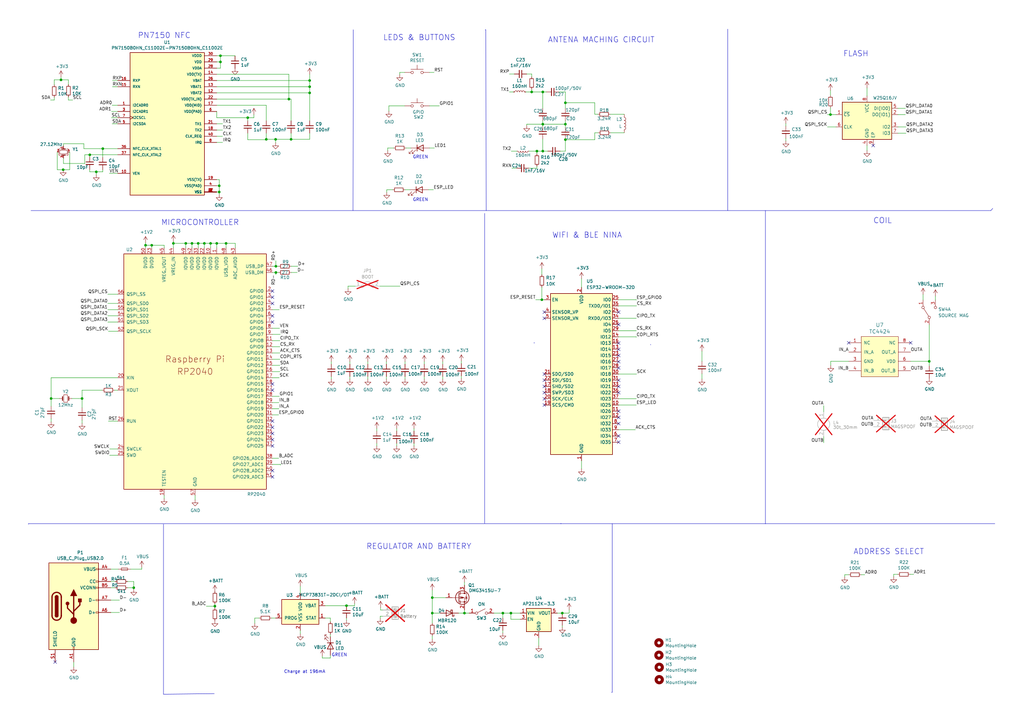
<source format=kicad_sch>
(kicad_sch (version 20250114) (generator "eeschema") (generator_version "9.0")
  (paper "A3")
  (title_block (title "Bomber Cat") (date "2023-01-06") (rev "1.2") (company "Electronic Cats") (comment 1 "Andres Sabas"))
  (text "GREEN" (at 172.466 64.516 0) (effects (font (size 1.27 1.27))))
  (text "COIL" (at 358.14 91.948 0) (effects (font (size 2.2606 2.2606)) (justify left bottom)))
  (text "Charge at 196mA" (at 124.968 275.59 0) (effects (font (size 1.27 1.27))))
  (text "ANTENA MACHING CIRCUIT" (at 224.663 17.78 0) (effects (font (size 2.2606 2.2606)) (justify left bottom)))
  (text "PN7150 NFC" (at 56.515 16.002 0) (effects (font (size 2.2606 2.2606)) (justify left bottom)))
  (text "GREEN" (at 139.192 268.732 0) (effects (font (size 1.27 1.27))))
  (text "LEDS & BUTTONS" (at 157.099 16.891 0) (effects (font (size 2.2606 2.2606)) (justify left bottom)))
  (text "GREEN" (at 172.466 82.042 0) (effects (font (size 1.27 1.27))))
  (text "WIFI & BLE NINA" (at 226.441 97.917 0) (effects (font (size 2.2606 2.2606)) (justify left bottom)))
  (text "MICROCONTROLLER" (at 66.04 92.71 0) (effects (font (size 2.2606 2.2606)) (justify left bottom)))
  (text "REGULATOR AND BATTERY" (at 150.241 225.552 0) (effects (font (size 2.2606 2.2606)) (justify left bottom)))
  (text "FLASH" (at 345.821 23.495 0) (effects (font (size 2.2606 2.2606)) (justify left bottom)))
  (text "ADDRESS SELECT" (at 350.012 227.711 0) (effects (font (size 2.2606 2.2606)) (justify left bottom)))
  (junction (at 25.019 32.766))
  (junction (at 109.22 57.15))
  (junction (at 177.292 245.11))
  (junction (at 89.916 78.74))
  (junction (at 190.5 251.46))
  (junction (at 142.113 248.412))
  (junction (at 101.6 48.26))
  (junction (at 222.631 37.719))
  (junction (at 119.38 57.15))
  (junction (at 20.955 163.449))
  (junction (at 206.248 251.46))
  (junction (at 222.25 122.936))
  (junction (at 88.9 99.822))
  (junction (at 118.491 40.64))
  (junction (at 340.614 46.99))
  (junction (at 222.631 61.976))
  (junction (at 230.632 251.46))
  (junction (at 209.55 251.46))
  (junction (at 36.83 63.5))
  (junction (at 127 33.02))
  (junction (at 83.82 99.822))
  (junction (at 25.908 69.596))
  (junction (at 42.164 60.96))
  (junction (at 90.424 22.86))
  (junction (at 78.74 99.822))
  (junction (at 222.631 50.927))
  (junction (at 231.902 57.277))
  (junction (at 54.864 241.046))
  (junction (at 113.03 57.15))
  (junction (at 76.2 99.822))
  (junction (at 62.23 100.584))
  (junction (at 92.71 99.822))
  (junction (at 89.916 76.2))
  (junction (at 90.424 25.4))
  (junction (at 113.157 109.22))
  (junction (at 71.12 99.822))
  (junction (at 59.69 100.584))
  (junction (at 88.138 248.6152))
  (junction (at 381.127 148.209))
  (junction (at 177.292 251.46))
  (junction (at 220.218 61.976))
  (junction (at 127 35.56))
  (junction (at 231.902 50.927))
  (junction (at 86.36 99.822))
  (junction (at 127 38.1))
  (junction (at 113.157 111.76))
  (junction (at 218.059 37.719))
  (junction (at 39.497 70.485))
  (junction (at 33.655 163.449))
  (junction (at 81.28 99.822))
  (junction (at 231.902 42.164))
  (no_connect (at 348.107 140.589))
  (no_connect (at 253.746 155.956))
  (no_connect (at 253.746 173.736))
  (no_connect (at 253.746 168.656))
  (no_connect (at 253.746 171.196))
  (no_connect (at 373.507 140.589))
  (no_connect (at 111.76 119.38))
  (no_connect (at 111.76 121.92))
  (no_connect (at 223.266 130.556))
  (no_connect (at 223.266 128.016))
  (no_connect (at 111.76 124.46))
  (no_connect (at 111.76 132.08))
  (no_connect (at 111.76 129.54))
  (no_connect (at 223.266 161.036))
  (no_connect (at 223.266 163.576))
  (no_connect (at 253.746 158.496))
  (no_connect (at 223.266 166.116))
  (no_connect (at 253.746 178.816))
  (no_connect (at 253.746 181.356))
  (no_connect (at 223.266 158.496))
  (no_connect (at 223.266 155.956))
  (no_connect (at 223.266 153.416))
  (no_connect (at 253.746 150.876))
  (no_connect (at 253.746 143.256))
  (no_connect (at 253.746 145.796))
  (no_connect (at 253.746 148.336))
  (no_connect (at 253.746 140.716))
  (no_connect (at 253.746 128.016))
  (no_connect (at 111.76 180.34))
  (no_connect (at 111.76 177.8))
  (no_connect (at 111.76 175.26))
  (no_connect (at 111.76 157.48))
  (no_connect (at 111.76 172.72))
  (no_connect (at 111.76 160.02))
  (no_connect (at 253.746 161.036))
  (no_connect (at 253.746 133.096))
  (no_connect (at 22.606 271.526))
  (no_connect (at 358.14 59.69))
  (no_connect (at 111.76 195.58))
  (no_connect (at 111.76 193.04))
  (no_connect (at 111.76 182.88))
  (wire (pts (xy 211.963 61.976) (xy 209.677 61.976)))
  (wire (pts (xy 90.424 25.4) (xy 90.424 22.86)))
  (wire (pts (xy 90.424 22.86) (xy 96.393 22.86)))
  (wire (pts (xy 96.52 101.6) (xy 96.52 99.822)))
  (wire (pts (xy 22.225 34.798) (xy 22.225 32.766)))
  (polyline (pts (xy 199.263 12.192) (xy 199.009 12.192)))
  (wire (pts (xy 88.9 33.02) (xy 127 33.02)))
  (wire (pts (xy 119.38 111.76) (xy 121.92 111.76)))
  (wire (pts (xy 109.22 49.53) (xy 109.22 43.18)))
  (wire (pts (xy 48.26 160.02) (xy 46.99 160.02)))
  (polyline (pts (xy 12.7 86.36) (xy 406.4 86.36)))
  (wire (pts (xy 78.74 99.822) (xy 81.28 99.822)))
  (wire (pts (xy 48.26 172.72) (xy 44.45 172.72)))
  (wire (pts (xy 143.51 149.352) (xy 143.51 148.336)))
  (wire (pts (xy 30.226 271.526) (xy 30.226 273.558)))
  (wire (pts (xy 155.829 117.348) (xy 164.084 117.348)))
  (polyline (pts (xy 219.3036 140.6398) (xy 218.948 140.6398)))
  (wire (pts (xy 368.3 54.61) (xy 371.602 54.61)))
  (wire (pts (xy 159.512 43.434) (xy 159.512 45.593)))
  (wire (pts (xy 229.235 37.719) (xy 231.902 37.719)))
  (wire (pts (xy 231.902 50.927) (xy 231.902 49.53)))
  (wire (pts (xy 222.25 110.236) (xy 222.25 112.649)))
  (wire (pts (xy 86.36 99.822) (xy 88.9 99.822)))
  (wire (pts (xy 218.059 37.719) (xy 222.631 37.719)))
  (polyline (pts (xy 298.45 86.36) (xy 298.45 11.938)))
  (wire (pts (xy 54.864 241.046) (xy 54.864 241.681)))
  (wire (pts (xy 231.902 61.976) (xy 231.902 57.277)))
  (wire (pts (xy 48.26 127) (xy 44.196 127)))
  (wire (pts (xy 210.566 37.719) (xy 208.915 37.719)))
  (wire (pts (xy 156.083 250.19) (xy 156.083 249.174)))
  (wire (pts (xy 231.902 37.719) (xy 231.902 42.164)))
  (wire (pts (xy 253.746 135.636) (xy 260.985 135.636)))
  (wire (pts (xy 88.9 40.64) (xy 118.491 40.64)))
  (wire (pts (xy 253.746 122.936) (xy 260.985 122.936)))
  (wire (pts (xy 378.587 120.777) (xy 378.587 123.063)))
  (wire (pts (xy 211.836 68.961) (xy 209.931 68.961)))
  (wire (pts (xy 111.76 152.4) (xy 114.808 152.4)))
  (wire (pts (xy 368.3 52.07) (xy 371.602 52.07)))
  (wire (pts (xy 189.23 149.098) (xy 189.23 148.082)))
  (wire (pts (xy 48.26 124.46) (xy 44.196 124.46)))
  (wire (pts (xy 48.26 45.72) (xy 45.72 45.72)))
  (wire (pts (xy 162.687 181.864) (xy 162.687 182.88)))
  (wire (pts (xy 127 30.48) (xy 127 33.02)))
  (wire (pts (xy 113.157 111.76) (xy 114.3 111.76)))
  (wire (pts (xy 253.746 153.416) (xy 261.112 153.416)))
  (wire (pts (xy 83.82 101.6) (xy 83.82 99.822)))
  (wire (pts (xy 45.466 238.506) (xy 47.244 238.506)))
  (wire (pts (xy 161.417 60.706) (xy 159.004 60.706)))
  (wire (pts (xy 42.164 69.596) (xy 42.164 70.485)))
  (wire (pts (xy 59.69 100.584) (xy 59.69 99.568)))
  (wire (pts (xy 28.067 39.751) (xy 28.067 41.021)))
  (wire (pts (xy 142.113 248.412) (xy 145.415 248.412)))
  (wire (pts (xy 177.292 260.731) (xy 177.292 262.128)))
  (wire (pts (xy 104.14 48.26) (xy 101.6 48.26)))
  (wire (pts (xy 177.292 251.46) (xy 177.292 245.11)))
  (wire (pts (xy 190.5 251.46) (xy 188.087 251.46)))
  (wire (pts (xy 22.225 32.766) (xy 25.019 32.766)))
  (wire (pts (xy 88.138 248.6152) (xy 88.138 249.428)))
  (wire (pts (xy 253.746 163.576) (xy 260.985 163.576)))
  (wire (pts (xy 206.248 253.492) (xy 206.248 251.46)))
  (wire (pts (xy 337.82 166.37) (xy 337.82 168.91)))
  (wire (pts (xy 111.76 154.94) (xy 114.554 154.94)))
  (wire (pts (xy 158.496 149.352) (xy 158.496 148.336)))
  (wire (pts (xy 355.6 59.69) (xy 355.6 61.722)))
  (wire (pts (xy 48.26 33.02) (xy 46.101 33.02)))
  (wire (pts (xy 127 38.1) (xy 127 49.53)))
  (wire (pts (xy 119.38 54.61) (xy 119.38 57.15)))
  (wire (pts (xy 20.955 163.449) (xy 20.955 166.624)))
  (polyline (pts (xy 11.684 214.757) (xy 408.051 214.757)))
  (wire (pts (xy 88.9 78.74) (xy 89.916 78.74)))
  (wire (pts (xy 88.9 25.4) (xy 90.424 25.4)))
  (wire (pts (xy 173.99 149.352) (xy 173.99 148.336)))
  (wire (pts (xy 81.28 99.822) (xy 83.82 99.822)))
  (wire (pts (xy 67.31 203.2) (xy 67.31 204.47)))
  (wire (pts (xy 163.957 29.718) (xy 163.957 30.607)))
  (wire (pts (xy 58.166 233.426) (xy 58.166 232.664)))
  (wire (pts (xy 206.248 258.572) (xy 206.248 259.588)))
  (wire (pts (xy 253.746 138.176) (xy 260.985 138.176)))
  (wire (pts (xy 368.173 235.585) (xy 366.522 235.585)))
  (wire (pts (xy 287.909 153.289) (xy 287.909 155.448)))
  (wire (pts (xy 158.496 154.432) (xy 158.496 155.448)))
  (wire (pts (xy 132.207 269.875) (xy 132.207 269.113)))
  (wire (pts (xy 111.76 187.96) (xy 114.3 187.96)))
  (wire (pts (xy 233.426 251.46) (xy 233.426 250.063)))
  (wire (pts (xy 34.417 60.96) (xy 34.417 58.928)))
  (wire (pts (xy 169.799 176.784) (xy 169.799 175.768)))
  (wire (pts (xy 113.03 57.15) (xy 113.03 58.547)))
  (wire (pts (xy 20.955 163.449) (xy 24.384 163.449)))
  (wire (pts (xy 42.164 70.485) (xy 39.497 70.485)))
  (wire (pts (xy 109.22 57.15) (xy 113.03 57.15)))
  (wire (pts (xy 169.799 181.864) (xy 169.799 182.88)))
  (wire (pts (xy 101.6 54.61) (xy 101.6 57.277)))
  (wire (pts (xy 34.798 63.5) (xy 36.83 63.5)))
  (wire (pts (xy 168.529 60.706) (xy 166.497 60.706)))
  (wire (pts (xy 340.741 148.209) (xy 340.741 149.86)))
  (wire (pts (xy 368.3 46.99) (xy 371.348 46.99)))
  (wire (pts (xy 88.9 53.34) (xy 91.313 53.34)))
  (wire (pts (xy 113.03 57.15) (xy 119.38 57.15)))
  (polyline (pts (xy 406.4 86.36) (xy 407.162 85.471)))
  (wire (pts (xy 192.405 251.46) (xy 190.5 251.46)))
  (wire (pts (xy 354.711 235.712) (xy 353.187 235.712)))
  (wire (pts (xy 340.614 39.116) (xy 340.614 37.084)))
  (wire (pts (xy 220.218 68.961) (xy 216.916 68.961)))
  (wire (pts (xy 111.76 167.64) (xy 114.427 167.64)))
  (wire (pts (xy 48.26 50.8) (xy 45.974 50.8)))
  (wire (pts (xy 133.35 253.492) (xy 135.509 253.492)))
  (wire (pts (xy 53.594 233.426) (xy 58.166 233.426)))
  (wire (pts (xy 142.748 117.348) (xy 142.748 118.364)))
  (wire (pts (xy 230.632 251.46) (xy 233.426 251.46)))
  (wire (pts (xy 287.909 144.018) (xy 287.909 148.209)))
  (wire (pts (xy 39.497 70.485) (xy 39.497 71.628)))
  (wire (pts (xy 145.415 248.412) (xy 145.415 247.523)))
  (polyline (pts (xy 199.39 86.36) (xy 199.263 12.192)))
  (wire (pts (xy 90.424 27.94) (xy 90.424 25.4)))
  (wire (pts (xy 355.6 39.37) (xy 355.6 36.068)))
  (wire (pts (xy 260.985 138.176) (xy 260.985 138.303)))
  (wire (pts (xy 33.655 160.02) (xy 41.91 160.02)))
  (wire (pts (xy 113.157 109.22) (xy 114.3 109.22)))
  (wire (pts (xy 161.036 77.851) (xy 158.623 77.851)))
  (wire (pts (xy 59.69 101.6) (xy 59.69 100.584)))
  (wire (pts (xy 48.26 48.26) (xy 45.72 48.26)))
  (wire (pts (xy 111.76 144.78) (xy 114.808 144.78)))
  (polyline (pts (xy 229.87 214.757) (xy 230.251 214.757)))
  (wire (pts (xy 111.76 111.76) (xy 113.157 111.76)))
  (polyline (pts (xy 87.884 284.48) (xy 67.056 284.734)))
  (wire (pts (xy 243.967 42.164) (xy 243.967 46.863)))
  (wire (pts (xy 76.2 99.822) (xy 78.74 99.822)))
  (wire (pts (xy 222.631 50.927) (xy 216.027 50.927)))
  (wire (pts (xy 113.157 106.934) (xy 113.157 109.22)))
  (wire (pts (xy 45.466 251.206) (xy 49.022 251.206)))
  (wire (pts (xy 119.38 109.22) (xy 122.174 109.22)))
  (wire (pts (xy 176.149 29.718) (xy 178.054 29.718)))
  (wire (pts (xy 224.663 61.976) (xy 222.631 61.976)))
  (wire (pts (xy 322.326 51.689) (xy 322.326 50.673)))
  (wire (pts (xy 230.632 256.54) (xy 230.632 257.175)))
  (wire (pts (xy 180.467 251.46) (xy 177.292 251.46)))
  (wire (pts (xy 245.364 54.483) (xy 243.967 54.483)))
  (wire (pts (xy 88.9 76.2) (xy 89.916 76.2)))
  (wire (pts (xy 222.631 61.976) (xy 220.218 61.976)))
  (wire (pts (xy 133.35 248.412) (xy 142.113 248.412)))
  (wire (pts (xy 111.76 137.16) (xy 114.935 137.16)))
  (wire (pts (xy 80.01 203.2) (xy 80.01 204.978)))
  (wire (pts (xy 373.507 148.209) (xy 381.127 148.209)))
  (wire (pts (xy 218.059 31.496) (xy 218.059 30.353)))
  (wire (pts (xy 231.902 57.277) (xy 243.967 57.277)))
  (wire (pts (xy 253.746 176.276) (xy 260.604 176.276)))
  (wire (pts (xy 346.456 235.712) (xy 346.456 236.601)))
  (wire (pts (xy 216.027 50.927) (xy 216.027 51.435)))
  (wire (pts (xy 135.509 268.732) (xy 135.509 269.875)))
  (wire (pts (xy 48.26 186.69) (xy 44.958 186.69)))
  (wire (pts (xy 340.614 44.196) (xy 340.614 46.99)))
  (wire (pts (xy 111.76 142.24) (xy 114.808 142.24)))
  (wire (pts (xy 52.324 238.506) (xy 54.864 238.506)))
  (wire (pts (xy 88.9 27.94) (xy 90.424 27.94)))
  (wire (pts (xy 209.55 251.46) (xy 213.36 251.46)))
  (polyline (pts (xy 313.944 86.36) (xy 313.944 214.884)))
  (wire (pts (xy 381.127 150.114) (xy 381.127 148.209)))
  (wire (pts (xy 67.31 101.6) (xy 67.31 100.584)))
  (wire (pts (xy 127 38.1) (xy 127 35.56)))
  (wire (pts (xy 86.36 101.6) (xy 86.36 99.822)))
  (wire (pts (xy 154.559 181.864) (xy 154.559 182.88)))
  (wire (pts (xy 111.76 190.5) (xy 115.062 190.5)))
  (wire (pts (xy 28.067 41.021) (xy 29.845 41.021)))
  (wire (pts (xy 219.71 122.936) (xy 222.25 122.936)))
  (wire (pts (xy 71.12 101.6) (xy 71.12 99.822)))
  (wire (pts (xy 250.317 46.863) (xy 256.032 46.863)))
  (wire (pts (xy 159.004 60.706) (xy 159.004 61.722)))
  (wire (pts (xy 348.107 235.712) (xy 346.456 235.712)))
  (wire (pts (xy 88.9 55.88) (xy 91.313 55.88)))
  (wire (pts (xy 250.444 54.483) (xy 256.032 54.483)))
  (wire (pts (xy 165.989 43.434) (xy 159.512 43.434)))
  (polyline (pts (xy 67.056 215.011) (xy 67.056 284.734)))
  (polyline (pts (xy 251.079 214.757) (xy 251.079 283.972)))
  (wire (pts (xy 89.916 73.66) (xy 88.9 73.66)))
  (wire (pts (xy 29.464 163.449) (xy 33.655 163.449)))
  (wire (pts (xy 88.9 48.26) (xy 101.6 48.26)))
  (wire (pts (xy 101.6 57.277) (xy 109.22 57.277)))
  (wire (pts (xy 113.03 253.492) (xy 111.379 253.492)))
  (wire (pts (xy 26.035 64.897) (xy 26.035 67.056)))
  (wire (pts (xy 62.23 100.584) (xy 62.23 101.6)))
  (wire (pts (xy 48.26 43.18) (xy 45.974 43.18)))
  (wire (pts (xy 88.9 58.42) (xy 91.313 58.42)))
  (wire (pts (xy 220.98 261.62) (xy 220.98 264.795)))
  (wire (pts (xy 34.798 67.056) (xy 34.798 63.5)))
  (wire (pts (xy 111.76 170.18) (xy 114.3 170.18)))
  (wire (pts (xy 48.26 71.12) (xy 44.831 71.12)))
  (wire (pts (xy 88.9 48.26) (xy 88.9 45.72)))
  (wire (pts (xy 189.23 154.178) (xy 189.23 155.194)))
  (wire (pts (xy 222.631 57.023) (xy 222.631 61.976)))
  (wire (pts (xy 25.019 32.766) (xy 28.067 32.766)))
  (wire (pts (xy 368.3 44.45) (xy 371.348 44.45)))
  (wire (pts (xy 340.614 46.99) (xy 339.344 46.99)))
  (wire (pts (xy 374.777 235.585) (xy 373.253 235.585)))
  (wire (pts (xy 175.768 77.851) (xy 177.8 77.851)))
  (wire (pts (xy 135.509 269.875) (xy 132.207 269.875)))
  (wire (pts (xy 135.509 260.096) (xy 135.509 261.112)))
  (wire (pts (xy 45.466 241.046) (xy 47.244 241.046)))
  (wire (pts (xy 135.509 253.492) (xy 135.509 255.016)))
  (wire (pts (xy 228.6 251.46) (xy 230.632 251.46)))
  (wire (pts (xy 48.26 154.94) (xy 20.955 154.94)))
  (wire (pts (xy 155.956 252.73) (xy 155.956 253.619)))
  (wire (pts (xy 109.22 57.277) (xy 109.22 57.15)))
  (wire (pts (xy 20.955 154.94) (xy 20.955 163.449)))
  (wire (pts (xy 22.225 39.878) (xy 22.225 41.021)))
  (wire (pts (xy 168.148 77.851) (xy 166.116 77.851)))
  (wire (pts (xy 33.655 163.449) (xy 33.655 167.259)))
  (wire (pts (xy 218.059 37.719) (xy 215.646 37.719)))
  (wire (pts (xy 166.116 154.432) (xy 166.116 155.448)))
  (wire (pts (xy 222.631 37.719) (xy 222.631 44.45)))
  (wire (pts (xy 142.113 253.492) (xy 142.113 254.381)))
  (wire (pts (xy 222.25 122.936) (xy 223.266 122.936)))
  (wire (pts (xy 119.38 40.64) (xy 119.38 49.53)))
  (polyline (pts (xy 198.755 87.503) (xy 198.755 214.63)))
  (wire (pts (xy 135.89 149.352) (xy 135.89 148.336)))
  (wire (pts (xy 337.82 181.61) (xy 337.82 179.07)))
  (wire (pts (xy 127 35.56) (xy 127 33.02)))
  (wire (pts (xy 88.138 248.6152) (xy 84.6074 248.6152)))
  (wire (pts (xy 209.55 254) (xy 213.36 254)))
  (wire (pts (xy 123.19 243.332) (xy 123.19 240.411)))
  (wire (pts (xy 88.138 247.6754) (xy 88.138 248.6152)))
  (wire (pts (xy 83.82 99.822) (xy 86.36 99.822)))
  (wire (pts (xy 104.14 46.99) (xy 104.14 48.26)))
  (wire (pts (xy 109.22 43.18) (xy 88.9 43.18)))
  (wire (pts (xy 113.157 112.649) (xy 113.157 111.76)))
  (wire (pts (xy 222.631 37.719) (xy 224.155 37.719)))
  (wire (pts (xy 182.88 245.11) (xy 177.292 245.11)))
  (wire (pts (xy 92.71 99.822) (xy 88.9 99.822)))
  (wire (pts (xy 238.506 114.3) (xy 238.506 117.856)))
  (wire (pts (xy 89.916 78.74) (xy 89.916 76.2)))
  (polyline (pts (xy 250.825 283.972) (xy 251.079 283.972)))
  (wire (pts (xy 253.746 166.116) (xy 260.985 166.116)))
  (wire (pts (xy 348.107 148.209) (xy 340.741 148.209)))
  (wire (pts (xy 25.019 32.766) (xy 25.019 31.623)))
  (wire (pts (xy 123.19 258.572) (xy 123.19 259.969)))
  (wire (pts (xy 243.967 54.483) (xy 243.967 57.277)))
  (wire (pts (xy 34.417 58.928) (xy 26.035 58.928)))
  (wire (pts (xy 143.51 154.432) (xy 143.51 155.448)))
  (wire (pts (xy 67.31 100.584) (xy 62.23 100.584)))
  (wire (pts (xy 89.916 76.2) (xy 89.916 73.66)))
  (wire (pts (xy 243.967 46.863) (xy 245.237 46.863)))
  (wire (pts (xy 366.522 235.585) (xy 366.522 236.474)))
  (wire (pts (xy 48.26 35.56) (xy 46.101 35.56)))
  (wire (pts (xy 26.035 67.056) (xy 34.798 67.056)))
  (polyline (pts (xy 266.827 141.224) (xy 266.827 141.478)))
  (wire (pts (xy 111.76 162.56) (xy 114.554 162.56)))
  (wire (pts (xy 177.292 251.46) (xy 177.292 255.651)))
  (wire (pts (xy 111.76 109.22) (xy 113.157 109.22)))
  (wire (pts (xy 71.12 99.822) (xy 71.12 99.06)))
  (wire (pts (xy 222.631 49.53) (xy 222.631 50.927)))
  (wire (pts (xy 210.947 30.353) (xy 208.915 30.353)))
  (wire (pts (xy 88.9 99.822) (xy 88.9 101.6)))
  (wire (pts (xy 36.83 70.485) (xy 39.497 70.485)))
  (wire (pts (xy 111.76 139.7) (xy 114.808 139.7)))
  (wire (pts (xy 206.248 251.46) (xy 209.55 251.46)))
  (wire (pts (xy 23.495 69.596) (xy 23.495 62.357)))
  (polyline (pts (xy 144.78 86.36) (xy 144.907 12.192)))
  (wire (pts (xy 253.746 125.476) (xy 261.112 125.476)))
  (wire (pts (xy 59.69 100.584) (xy 62.23 100.584)))
  (wire (pts (xy 190.5 240.03) (xy 190.5 238.76)))
  (wire (pts (xy 260.985 122.936) (xy 260.985 123.063)))
  (wire (pts (xy 322.326 56.769) (xy 322.326 57.785)))
  (wire (pts (xy 36.83 69.469) (xy 36.83 70.485)))
  (wire (pts (xy 158.623 77.851) (xy 158.623 78.867)))
  (wire (pts (xy 220.218 63.119) (xy 220.218 61.976)))
  (wire (pts (xy 342.9 52.07) (xy 339.344 52.07)))
  (wire (pts (xy 48.26 60.96) (xy 42.164 60.96)))
  (wire (pts (xy 190.5 250.19) (xy 190.5 251.46)))
  (wire (pts (xy 119.38 57.15) (xy 127 57.15)))
  (wire (pts (xy 165.989 29.718) (xy 163.957 29.718)))
  (wire (pts (xy 78.74 101.6) (xy 78.74 99.822)))
  (wire (pts (xy 71.12 99.822) (xy 76.2 99.822)))
  (wire (pts (xy 218.059 36.576) (xy 218.059 37.719)))
  (wire (pts (xy 48.26 120.65) (xy 44.196 120.65)))
  (wire (pts (xy 101.6 48.26) (xy 101.6 49.53)))
  (wire (pts (xy 111.76 165.1) (xy 114.427 165.1)))
  (wire (pts (xy 150.876 149.352) (xy 150.876 148.336)))
  (wire (pts (xy 222.25 117.729) (xy 222.25 122.936)))
  (wire (pts (xy 177.292 245.11) (xy 177.292 242.062)))
  (wire (pts (xy 48.26 184.15) (xy 44.958 184.15)))
  (wire (pts (xy 181.61 149.352) (xy 181.61 148.336)))
  (wire (pts (xy 88.9 50.8) (xy 91.313 50.8)))
  (wire (pts (xy 106.299 253.492) (xy 104.521 253.492)))
  (wire (pts (xy 115.062 190.5) (xy 115.062 190.754)))
  (wire (pts (xy 209.55 254) (xy 209.55 251.46)))
  (wire (pts (xy 176.149 43.434) (xy 180.213 43.434)))
  (wire (pts (xy 48.26 129.54) (xy 44.196 129.54)))
  (wire (pts (xy 253.746 130.556) (xy 260.985 130.556)))
  (wire (pts (xy 81.28 101.6) (xy 81.28 99.822)))
  (wire (pts (xy 45.466 246.126) (xy 49.022 246.126)))
  (wire (pts (xy 231.902 42.164) (xy 243.967 42.164)))
  (wire (pts (xy 52.324 241.046) (xy 54.864 241.046)))
  (wire (pts (xy 34.417 60.96) (xy 42.164 60.96)))
  (wire (pts (xy 381.127 133.223) (xy 381.127 148.209)))
  (wire (pts (xy 181.61 154.432) (xy 181.61 155.448)))
  (wire (pts (xy 111.76 127) (xy 114.554 127)))
  (wire (pts (xy 26.035 58.928) (xy 26.035 59.817)))
  (wire (pts (xy 88.9 35.56) (xy 127 35.56)))
  (wire (pts (xy 222.631 50.927) (xy 222.631 51.943)))
  (wire (pts (xy 104.521 253.492) (xy 104.521 255.651)))
  (wire (pts (xy 162.687 176.784) (xy 162.687 175.768)))
  (wire (pts (xy 173.99 154.432) (xy 173.99 155.448)))
  (wire (pts (xy 220.218 68.199) (xy 220.218 68.961)))
  (wire (pts (xy 36.83 63.5) (xy 48.26 63.5)))
  (wire (pts (xy 25.908 69.596) (xy 23.495 69.596)))
  (wire (pts (xy 156.972 252.73) (xy 155.956 252.73)))
  (polyline (pts (xy 11.684 215.011) (xy 11.684 214.757)))
  (wire (pts (xy 156.972 250.19) (xy 156.083 250.19)))
  (wire (pts (xy 33.655 160.02) (xy 33.655 163.449)))
  (wire (pts (xy 28.067 32.766) (xy 28.067 34.671)))
  (wire (pts (xy 88.9 38.1) (xy 127 38.1)))
  (wire (pts (xy 76.2 101.6) (xy 76.2 99.822)))
  (wire (pts (xy 111.76 147.32) (xy 114.808 147.32)))
  (wire (pts (xy 127 57.15) (xy 127 54.61)))
  (wire (pts (xy 383.667 121.412) (xy 383.667 123.063)))
  (wire (pts (xy 54.864 238.506) (xy 54.864 241.046)))
  (wire (pts (xy 88.9 30.48) (xy 118.491 30.48)))
  (wire (pts (xy 28.575 62.357) (xy 28.575 69.596)))
  (wire (pts (xy 111.76 134.62) (xy 114.681 134.62)))
  (wire (pts (xy 220.218 61.976) (xy 217.043 61.976)))
  (wire (pts (xy 176.149 60.706) (xy 178.181 60.706)))
  (wire (pts (xy 135.89 154.432) (xy 135.89 155.448)))
  (wire (pts (xy 22.225 41.021) (xy 20.701 41.021)))
  (wire (pts (xy 89.916 78.74) (xy 89.916 79.756)))
  (wire (pts (xy 109.22 54.61) (xy 109.22 57.15)))
  (wire (pts (xy 231.902 42.164) (xy 231.902 44.45)))
  (wire (pts (xy 33.655 173.609) (xy 33.655 172.339)))
  (wire (pts (xy 218.059 30.353) (xy 216.027 30.353)))
  (wire (pts (xy 92.71 101.6) (xy 92.71 99.822)))
  (wire (pts (xy 28.575 69.596) (xy 25.908 69.596)))
  (wire (pts (xy 48.26 135.89) (xy 44.45 135.89)))
  (wire (pts (xy 154.559 176.784) (xy 154.559 175.768)))
  (wire (pts (xy 111.76 149.86) (xy 114.808 149.86)))
  (wire (pts (xy 96.393 22.86) (xy 96.393 22.987)))
  (wire (pts (xy 48.26 132.08) (xy 44.196 132.08)))
  (wire (pts (xy 119.38 40.64) (xy 118.491 40.64)))
  (wire (pts (xy 90.424 22.86) (xy 88.9 22.86)))
  (wire (pts (xy 145.669 117.348) (xy 142.748 117.348)))
  (wire (pts (xy 96.52 99.822) (xy 92.71 99.822)))
  (wire (pts (xy 166.116 149.352) (xy 166.116 148.336)))
  (wire (pts (xy 42.164 64.516) (xy 42.164 60.96)))
  (wire (pts (xy 118.491 30.48) (xy 118.491 40.64)))
  (wire (pts (xy 238.506 188.976) (xy 238.506 192.278)))
  (wire (pts (xy 231.902 52.197) (xy 231.902 50.927)))
  (wire (pts (xy 231.902 50.927) (xy 222.631 50.927)))
  (wire (pts (xy 36.83 64.389) (xy 36.83 63.5)))
  (wire (pts (xy 342.9 46.99) (xy 340.614 46.99)))
  (wire (pts (xy 45.466 233.426) (xy 48.514 233.426)))
  (wire (pts (xy 20.955 172.974) (xy 20.955 171.704)))
  (wire (pts (xy 202.565 251.46) (xy 206.248 251.46)))
  (wire (pts (xy 229.743 61.976) (xy 231.902 61.976)))
  (wire (pts (xy 150.876 154.432) (xy 150.876 155.448)))
  (label "B_ADC" (at 114.3 187.96 0))
  (label "RST" (at 44.45 172.72 0))
  (label "QSPI_DATA1" (at 44.196 127 180))
  (label "QSPI_DATA3" (at 44.196 132.08 180))
  (label "D+" (at 49.022 251.206 0))
  (label "ESP_GPIO0" (at 114.3 170.18 0))
  (label "IN_B" (at 348.107 152.019 180))
  (label "OUTA" (at 373.507 144.399 0))
  (label "SDA" (at 114.808 149.86 0))
  (label "OUTB" (at 358.267 175.006 180))
  (label "ESP_RESET" (at 219.71 122.936 180))
  (label "D-" (at 49.022 246.126 0))
  (label "QSPI_SCK" (at 44.45 135.89 180))
  (label "OUTA" (at 337.82 166.37 180))
  (label "LED1" (at 115.062 190.754 0))
  (label "SWCLK" (at 44.958 184.15 180))
  (label "VEN" (at 114.681 134.62 0))
  (label "IRQ" (at 114.935 137.16 0))
  (label "OUTA" (at 358.267 172.466 180))
  (label "SDA" (at 45.974 50.8 0))
  (label "CS_RX" (at 114.808 142.24 0))
  (label "OUTB" (at 382.27 175.26 180))
  (label "TX2" (at 91.313 53.34 0))
  (label "QSPI_DATA1" (at 371.348 46.99 0))
  (label "COPI_RTS" (at 260.985 138.303 0))
  (label "OUTB" (at 337.82 181.61 180))
  (label "ACK_CTS" (at 260.604 176.276 0))
  (label "TX1" (at 208.915 37.719 180))
  (label "ADR0" (at 45.974 43.18 180))
  (label "SCL" (at 45.72 48.26 0))
  (label "IRQ" (at 91.313 58.42 0))
  (label "CS_RX" (at 260.985 135.636 0))
  (label "RD+" (at 113.157 106.934 90))
  (label "CS_RX" (at 261.112 125.476 0))
  (label "RXP" (at 46.101 33.02 0))
  (label "IN_B" (at 114.427 165.1 0))
  (label "QSPI_DATA3" (at 371.602 54.61 0))
  (label "SCK" (at 261.112 153.416 0))
  (label "ESP_LED" (at 177.8 77.851 0))
  (label "QSPI_DATA2" (at 371.602 52.07 0))
  (label "QSPI_CS" (at 339.344 46.99 180))
  (label "IN_A" (at 348.107 144.399 180))
  (label "SDA" (at 20.701 41.021 180))
  (label "LED1" (at 178.181 60.706 0))
  (label "QSPI_DATA2" (at 44.196 129.54 180))
  (label "ACK_CTS" (at 114.808 144.78 0))
  (label "D+" (at 122.174 109.22 0))
  (label "CLK" (at 91.313 55.88 0))
  (label "QSPI_DATA0" (at 44.196 124.46 180))
  (label "D-" (at 121.92 111.76 0))
  (label "IN_A" (at 114.427 167.64 0))
  (label "RD-" (at 113.157 112.649 270))
  (label "QSPI_CS" (at 164.084 117.348 0))
  (label "OUTA" (at 382.27 172.72 180))
  (label "ESP_RESET" (at 114.554 127 0))
  (label "GPIO1" (at 180.213 43.434 0))
  (label "GPIO1" (at 114.554 162.56 0))
  (label "SWDIO" (at 44.958 186.69 180))
  (label "B_ADC" (at 84.6074 248.6152 180))
  (label "RXP" (at 208.915 30.353 180))
  (label "TX1" (at 91.313 50.8 0))
  (label "ADR1" (at 45.72 45.72 180))
  (label "SCL" (at 114.808 152.4 0))
  (label "TX2" (at 209.677 61.976 180))
  (label "CIPO_TX" (at 260.985 130.556 0))
  (label "CIPO_TX" (at 114.808 139.7 0))
  (label "RST" (at 178.054 29.718 0))
  (label "SCL" (at 29.845 41.021 0))
  (label "QSPI_CS" (at 44.196 120.65 180))
  (label "RXN" (at 209.931 68.961 180))
  (label "ESP_LED" (at 260.985 166.116 0))
  (label "COPI_RTS" (at 114.808 147.32 0))
  (label "ESP_GPIO0" (at 260.985 123.063 0))
  (label "VEN" (at 44.831 71.12 0))
  (label "OUTB" (at 373.507 152.019 0))
  (label "QSPI_DATA0" (at 371.348 44.45 0))
  (label "CIPO_TX" (at 260.985 163.576 0))
  (label "ADR1" (at 374.777 235.585 0))
  (label "ADR0" (at 354.711 235.712 0))
  (label "QSPI_SCK" (at 339.344 52.07 180))
  (label "SCK" (at 114.554 154.94 0))
  (label "RXN" (at 46.101 35.56 0))
  (symbol (lib_id "Device:C_Small") (at 135.89 151.892 0) (unit 1)
    (property "Reference" "C10" (at 138.2268 150.7236 0) (effects (justify left)))
    (property "Value" "1uF" (at 138.2268 153.035 0) (effects (justify left)))
    (property "Footprint" "Capacitor_SMD:C_0603_1608Metric" (effects (hide yes)))
    (property "Datasheet" "https://datasheet.lcsc.com/lcsc/1810261812_Samsung-Electro-Mechanics-CL10A105KB8NNNC_C15849.pdf" (effects (hide yes)))
    (property "LCSC#" "C15849" (effects (hide yes)))
    (property "provedor" "LCSC" (effects (hide yes)))
  )
  (symbol (lib_id "Device:C_Small") (at 36.83 66.929 0) (unit 1)
    (property "Reference" "C3" (at 37.846 65.151 0) (effects (justify left)))
    (property "Value" "10pF" (at 31.369 68.58 0) (effects (justify left)))
    (property "Footprint" "Capacitor_SMD:C_0603_1608Metric" (effects (hide yes)))
    (property "Datasheet" "https://datasheet.lcsc.com/lcsc/1912111437_CCTC-TCC0603COG100J500CT_C376764.pdf" (effects (hide yes)))
    (property "manf#" "CC0603JRNPO9BN100" (effects (hide yes)))
    (property "provedor" "LCSC" (effects (hide yes)))
    (property "LCSC#" "C106245" (effects (hide yes)))
  )
  (symbol (lib_id "power:GND") (at 158.496 155.448 0) (unit 1)
    (property "Reference" "#PWR038" (effects (hide yes)))
    (property "Value" "GND" (at 158.623 159.8422 0))
  )
  (symbol (lib_id "power:VBUS") (at 132.207 269.113 0) (unit 1)
    (property "Reference" "#PWR023" (effects (hide yes)))
    (property "Value" "VBUS" (at 131.318 265.43 0))
  )
  (symbol (lib_id "Device:R_Small") (at 116.84 109.22 270) (unit 1)
    (property "Reference" "R9" (at 117.094 107.442 90))
    (property "Value" "27" (at 117.094 109.22 90))
    (property "Footprint" "Resistor_SMD:R_0603_1608Metric" (effects (hide yes)))
    (property "Datasheet" "https://datasheet.lcsc.com/lcsc/1912111437_PANASONIC-ERJ3GEYJ270V_C403464.pdf" (effects (hide yes)))
    (property "LCSC#" "C403464" (effects (hide yes)))
    (property "manf#" "ERJ3GEYJ270V" (effects (hide yes)))
    (property "provedor" "LCSC" (effects (hide yes)))
  )
  (symbol (lib_id "power:+3V3") (at 135.89 148.336 0) (unit 1)
    (property "Reference" "#PWR024" (effects (hide yes)))
    (property "Value" "+3V3" (at 136.271 143.9418 0))
  )
  (symbol (lib_id "Switch:SW_DPDT_x2") (at 381.127 128.143 90) (unit 1)
    (property "Reference" "SW4" (at 384.81 126.8729 90) (effects (justify right)))
    (property "Value" "SOURCE MAG" (at 384.81 129.4129 90) (effects (justify right)))
    (property "Footprint" "BomberCat:JS202011CQN" (effects (hide yes)))
    (property "Datasheet" "https://www.mouser.mx/datasheet/2/60/js-1841892.pdf" (effects (hide yes)))
    (property "manf#" "JS202011CQN" (effects (hide yes)))
    (property "provedor" "MOUSER" (effects (hide yes)))
  )
  (symbol (lib_id "Device:C_Small") (at 158.496 151.892 0) (unit 1)
    (property "Reference" "C15" (at 160.8328 150.7236 0) (effects (justify left)))
    (property "Value" "100nF" (at 159.512 153.67 0) (effects (justify left)))
    (property "Footprint" "Capacitor_SMD:C_0603_1608Metric" (effects (hide yes)))
    (property "Datasheet" "https://datasheet.lcsc.com/lcsc/1912111437_CCTC-TCC0603COG100J500CT_C376764.pdf" (effects (hide yes)))
    (property "LCSC#" "C282519" (effects (hide yes)))
    (property "provedor" "LCSC" (effects (hide yes)))
  )
  (symbol (lib_id "RF_Module:ESP32-WROOM-32D") (at 238.506 153.416 0) (unit 1)
    (property "Reference" "U5" (at 240.5254 115.316 0) (effects (justify left)))
    (property "Value" "ESP32-WROOM-32D" (at 240.5254 117.856 0) (effects (justify left)))
    (property "Footprint" "RF_Module:ESP32-WROOM-32" (effects (hide yes)))
    (property "Datasheet" "https://www.espressif.com/sites/default/files/documentation/esp32-wroom-32d_esp32-wroom-32u_datasheet_en.pdf" (effects (hide yes)))
    (property "LCSC#" "C473012" (effects (hide yes)))
    (property "manf#" "ESP32M4" (effects (hide yes)))
    (property "provedor" "LCSC" (effects (hide yes)))
  )
  (symbol (lib_id "Device:Crystal_Small") (at 26.924 163.449 0) (unit 1)
    (property "Reference" "Y2" (at 26.924 160.6296 0))
    (property "Value" "12Mhz" (at 26.924 166.0906 0))
    (property "Footprint" "Crystal:Crystal_SMD_5032-2Pin_5.0x3.2mm" (effects (hide yes)))
    (property "Datasheet" "https://datasheet.lcsc.com/lcsc/2206171645_Shenzhen-SCTF-Elec-SX5A12-000F2010F30_C3035208.pdf" (effects (hide yes)))
    (property "manf#" "445I23D12M00000" (effects (hide yes)))
    (property "provedor" "MOUSER" (effects (hide yes)))
  )
  (symbol (lib_id "power:GND") (at 54.864 241.681 0) (unit 1)
    (property "Reference" "#PWR07" (effects (hide yes)))
    (property "Value" "GND" (at 54.991 246.0752 0))
  )
  (symbol (lib_id "Device:C_Small") (at 119.38 52.07 0) (unit 1)
    (property "Reference" "C8" (at 121.7168 50.9016 0) (effects (justify left)))
    (property "Value" "1uF" (at 121.7168 53.213 0) (effects (justify left)))
    (property "Footprint" "Capacitor_SMD:C_0603_1608Metric" (effects (hide yes)))
    (property "Datasheet" "https://datasheet.lcsc.com/lcsc/1810261812_Samsung-Electro-Mechanics-CL10A105KB8NNNC_C15849.pdf" (effects (hide yes)))
    (property "provedor" "LCSC" (effects (hide yes)))
    (property "LCSC#" "C5673" (effects (hide yes)))
  )
  (symbol (lib_id "power:GND") (at 88.138 254.508 0) (unit 1)
    (property "Reference" "#PWR014" (effects (hide yes)))
    (property "Value" "GND" (at 88.265 258.9022 0))
  )
  (symbol (lib_id "power:+3V3") (at 355.6 36.068 0) (unit 1)
    (property "Reference" "#PWR075" (effects (hide yes)))
    (property "Value" "+3V3" (at 355.981 31.6738 0))
  )
  (symbol (lib_id "Device:C_Small") (at 154.559 179.324 0) (unit 1)
    (property "Reference" "C14" (at 156.8958 178.1556 0) (effects (justify left)))
    (property "Value" "1uF" (at 156.8958 180.467 0) (effects (justify left)))
    (property "Footprint" "Capacitor_SMD:C_0603_1608Metric" (effects (hide yes)))
    (property "Datasheet" "https://datasheet.lcsc.com/lcsc/1810261812_Samsung-Electro-Mechanics-CL10A105KB8NNNC_C15849.pdf" (effects (hide yes)))
    (property "LCSC#" "C15849" (effects (hide yes)))
    (property "provedor" "LCSC" (effects (hide yes)))
  )
  (symbol (lib_id "power:GND") (at 173.99 155.448 0) (unit 1)
    (property "Reference" "#PWR050" (effects (hide yes)))
    (property "Value" "GND" (at 174.117 159.8422 0))
  )
  (symbol (lib_id "power:GND") (at 163.957 30.607 0) (unit 1)
    (property "Reference" "#PWR044" (effects (hide yes)))
    (property "Value" "GND" (at 164.084 35.0012 0))
  )
  (symbol (lib_id "Connector:Screw_Terminal_01x02") (at 162.052 250.19 0) (unit 1) (dnp yes)
    (property "Reference" "J1" (at 164.084 250.3932 0) (effects (justify left)))
    (property "Value" "Battery" (at 164.084 252.7046 0) (effects (justify left)))
    (property "Footprint" "Connector_PinHeader_2.54mm:PinHeader_1x02_P2.54mm_Vertical" (effects (hide yes)))
    (property "LCSC#" "-" (effects (hide yes)))
    (property "manf#" "-" (effects (hide yes)))
    (property "provedor" "-" (effects (hide yes)))
  )
  (symbol (lib_id "power:VBUS") (at 123.19 240.411 0) (unit 1)
    (property "Reference" "#PWR020" (effects (hide yes)))
    (property "Value" "VBUS" (at 123.571 236.0168 0))
  )
  (symbol (lib_id "power:GND") (at 162.687 182.88 0) (unit 1)
    (property "Reference" "#PWR043" (effects (hide yes)))
    (property "Value" "GND" (at 162.814 187.2742 0))
  )
  (symbol (lib_id "power:+3V3") (at 127 30.48 0) (unit 1)
    (property "Reference" "#PWR022" (effects (hide yes)))
    (property "Value" "+3V3" (at 127.381 26.0858 0))
  )
  (symbol (lib_id "nfc_copy_cat-rescue:GND-MagSpoofTC-cache") (at 340.741 149.86 0) (unit 1)
    (property "Reference" "#PWR073" (effects (hide yes)))
    (property "Value" "GND" (at 340.868 153.1112 90) (effects (justify right)))
  )
  (symbol (lib_id "Battery_Management:MCP73831-3-OT") (at 123.19 250.952 0) (unit 1)
    (property "Reference" "U3" (at 118.745 244.094 0))
    (property "Value" "MCP73831T-2DCI/OT" (at 132.969 243.967 0))
    (property "Footprint" "Package_TO_SOT_SMD:SOT-23-5" (effects (hide yes)))
    (property "Datasheet" "http://ww1.microchip.com/downloads/en/DeviceDoc/20001984g.pdf" (effects (hide yes)))
    (property "manf#" "MCP73831T-2DCI/OT " (effects (hide yes)))
    (property "provedor" "MOUSER" (effects (hide yes)))
    (property "LCSC#" "-" (effects (hide yes)))
  )
  (symbol (lib_id "Device:Q_PMOS_GSD") (at 187.96 245.11 0) (unit 1)
    (property "Reference" "Q1" (at 192.024 240.03 0) (effects (justify left)))
    (property "Value" "DMG3415U-7" (at 192.278 242.189 0) (effects (justify left)))
    (property "Footprint" "Package_TO_SOT_SMD:SOT-23" (effects (hide yes)))
    (property "Datasheet" "https://www.mouser.mx/datasheet/2/115/ds31735-64958.pdf" (effects (hide yes)))
    (property "LCSC#" "C96616" (effects (hide yes)))
    (property "manf#" "DMG3415U-7" (effects (hide yes)))
    (property "provedor" "LCSC" (effects (hide yes)))
  )
  (symbol (lib_id "Switch:SW_SPST") (at 197.485 251.46 0) (unit 1)
    (property "Reference" "SW3" (at 197.485 253.492 0))
    (property "Value" "ON" (at 197.485 247.8024 0))
    (property "Footprint" "BomberCat:JS102011SAQN" (effects (hide yes)))
    (property "Datasheet" "https://www.mouser.mx/datasheet/2/60/js-1841892.pdf" (effects (hide yes)))
    (property "LCSC#" "-" (effects (hide yes)))
    (property "manf#" "JS102011SAQN" (effects (hide yes)))
    (property "provedor" "MOUSER" (effects (hide yes)))
  )
  (symbol (lib_id "power:+3V3") (at 158.496 148.336 0) (unit 1)
    (property "Reference" "#PWR037" (effects (hide yes)))
    (property "Value" "+3V3" (at 158.877 143.9418 0))
  )
  (symbol (lib_id "Device:C_Small") (at 127 52.07 0) (unit 1)
    (property "Reference" "C9" (at 129.3368 50.9016 0) (effects (justify left)))
    (property "Value" "100nF" (at 129.3368 53.213 0) (effects (justify left)))
    (property "Footprint" "Capacitor_SMD:C_0603_1608Metric" (effects (hide yes)))
    (property "Datasheet" "https://datasheet.lcsc.com/lcsc/1811101032_PSA-Prosperity-Dielectrics-FN18X104K500PBG_C235731.pdf" (effects (hide yes)))
    (property "provedor" "LCSC" (effects (hide yes)))
    (property "LCSC#" "C282519" (effects (hide yes)))
  )
  (symbol (lib_id "power:GND") (at 154.559 182.88 0) (unit 1)
    (property "Reference" "#PWR034" (effects (hide yes)))
    (property "Value" "GND" (at 154.686 187.2742 0))
  )
  (symbol (lib_id "power:+3V3") (at 238.506 114.3 0) (unit 1)
    (property "Reference" "#PWR064" (effects (hide yes)))
    (property "Value" "+3V3" (at 238.887 109.9058 0))
  )
  (symbol (lib_id "power:GND") (at 142.748 118.364 0) (unit 1)
    (property "Reference" "#PWR027" (effects (hide yes)))
    (property "Value" "GND" (at 142.875 122.7582 0))
  )
  (symbol (lib_id "Device:R_Small") (at 135.509 257.556 0) (unit 1)
    (property "Reference" "R11" (at 137.0076 256.3876 0) (effects (justify left)))
    (property "Value" "1K" (at 137.0076 258.699 0) (effects (justify left)))
    (property "Footprint" "Resistor_SMD:R_0603_1608Metric" (effects (hide yes)))
    (property "Datasheet" "https://datasheet.lcsc.com/lcsc/1811151132_Walsin-Tech-Corp-WR06X1001FTL_C112433.pdf" (effects (hide yes)))
    (property "manf#" "WR06X1001FTL" (effects (hide yes)))
    (property "LCSC#" "C112433" (effects (hide yes)))
    (property "provedor" "LCSC" (effects (hide yes)))
  )
  (symbol (lib_id "Device:C_Small") (at 287.909 150.749 0) (unit 1)
    (property "Reference" "C32" (at 290.2458 149.5806 0) (effects (justify left)))
    (property "Value" "100nF" (at 290.2458 151.892 0) (effects (justify left)))
    (property "Footprint" "Capacitor_SMD:C_0603_1608Metric" (effects (hide yes)))
    (property "Datasheet" "https://datasheet.lcsc.com/lcsc/1912111437_CCTC-TCC0603COG100J500CT_C376764.pdf" (effects (hide yes)))
    (property "provedor" "LCSC" (effects (hide yes)))
    (property "LCSC#" "C282519" (effects (hide yes)))
  )
  (symbol (lib_id "power:GND") (at 33.655 173.609 0) (unit 1)
    (property "Reference" "#PWR05" (effects (hide yes)))
    (property "Value" "GND" (at 33.782 178.0032 0))
  )
  (symbol (lib_id "Device:R_Small") (at 28.067 37.211 0) (unit 1)
    (property "Reference" "R2" (at 29.5656 36.0426 0) (effects (justify left)))
    (property "Value" "10K" (at 29.5656 38.354 0) (effects (justify left)))
    (property "Footprint" "Resistor_SMD:R_0603_1608Metric" (effects (hide yes)))
    (property "Datasheet" "https://datasheet.lcsc.com/lcsc/1811082013_PANASONIC-ERJ3GEYJ103V_C169849.pdf" (effects (hide yes)))
    (property "manf#" "FRC0603J103 TS" (effects (hide yes)))
    (property "LCSC#" "C2930027" (effects (hide yes)))
    (property "provedor" "LCSC" (effects (hide yes)))
  )
  (symbol (lib_id "power:+BATT") (at 156.083 249.174 0) (unit 1)
    (property "Reference" "#PWR036" (effects (hide yes)))
    (property "Value" "+BATT" (at 156.464 244.7798 0))
  )
  (symbol (lib_id "power:GND") (at 104.521 255.651 0) (unit 1)
    (property "Reference" "#PWR018" (effects (hide yes)))
    (property "Value" "GND" (at 104.648 260.0452 0))
  )
  (symbol (lib_id "Device:C_Small") (at 162.687 179.324 0) (unit 1)
    (property "Reference" "C16" (at 165.0238 178.1556 0) (effects (justify left)))
    (property "Value" "100nF" (at 163.449 181.102 0) (effects (justify left)))
    (property "Footprint" "Capacitor_SMD:C_0603_1608Metric" (effects (hide yes)))
    (property "Datasheet" "https://datasheet.lcsc.com/lcsc/1912111437_CCTC-TCC0603COG100J500CT_C376764.pdf" (effects (hide yes)))
    (property "LCSC#" "C282519" (effects (hide yes)))
    (property "provedor" "LCSC" (effects (hide yes)))
  )
  (symbol (lib_id "Mechanical:MountingHole") (at 270.256 263.652 0) (unit 1)
    (property "Reference" "H1" (at 272.796 262.4836 0) (effects (justify left)))
    (property "Value" "MountingHole" (at 272.796 264.795 0) (effects (justify left)))
    (property "Footprint" "MountingHole:MountingHole_2.2mm_M2" (effects (hide yes)))
    (property "LCSC#" "-" (effects (hide yes)))
    (property "manf#" "-" (effects (hide yes)))
    (property "provedor" "-" (effects (hide yes)))
  )
  (symbol (lib_id "Device:R_Small") (at 247.777 46.863 270) (unit 1)
    (property "Reference" "R18" (at 247.777 45.212 90))
    (property "Value" "3.24R" (at 247.777 48.641 90))
    (property "Footprint" "Resistor_SMD:R_0603_1608Metric" (effects (hide yes)))
    (property "Datasheet" "https://datasheet.lcsc.com/lcsc/2007151233_YAGEO-RC0603FR-073R4L_C482832.pdf" (effects (hide yes)))
    (property "manf#" "RC0603FR-073R4" (effects (hide yes)))
    (property "provedor" "LCSC" (effects (hide yes)))
    (property "LCSC#" "C482832" (effects (hide yes)))
  )
  (symbol (lib_id "Device:R_Small") (at 247.904 54.483 270) (unit 1)
    (property "Reference" "R19" (at 247.904 52.832 90))
    (property "Value" "3.24R" (at 247.904 56.261 90))
    (property "Footprint" "Resistor_SMD:R_0603_1608Metric" (effects (hide yes)))
    (property "Datasheet" "https://datasheet.lcsc.com/lcsc/2007151233_YAGEO-RC0603FR-073R4L_C482832.pdf" (effects (hide yes)))
    (property "manf#" "RC0603FR-073R4" (effects (hide yes)))
    (property "provedor" "LCSC" (effects (hide yes)))
    (property "LCSC#" "C482832" (effects (hide yes)))
  )
  (symbol (lib_id "power:GND") (at 158.623 78.867 0) (unit 1)
    (property "Reference" "#PWR039" (effects (hide yes)))
    (property "Value" "GND" (at 158.75 83.2612 0))
  )
  (symbol (lib_id "power:GND") (at 169.799 182.88 0) (unit 1)
    (property "Reference" "#PWR048" (effects (hide yes)))
    (property "Value" "GND" (at 169.926 187.2742 0))
  )
  (symbol (lib_id "power:+3V3") (at 166.116 148.336 0) (unit 1)
    (property "Reference" "#PWR045" (effects (hide yes)))
    (property "Value" "+3V3" (at 166.497 143.9418 0))
  )
  (symbol (lib_id "power:GND") (at 142.113 254.381 0) (unit 1)
    (property "Reference" "#PWR026" (effects (hide yes)))
    (property "Value" "GND" (at 142.24 258.7752 0))
  )
  (symbol (lib_id "power:GND") (at 135.89 155.448 0) (unit 1)
    (property "Reference" "#PWR025" (effects (hide yes)))
    (property "Value" "GND" (at 136.017 159.8422 0))
  )
  (symbol (lib_id "power:+BATT") (at 383.667 121.412 0) (unit 1)
    (property "Reference" "#PWR078" (effects (hide yes)))
    (property "Value" "+BATT" (at 384.048 117.0178 0))
  )
  (symbol (lib_id "Mechanical:MountingHole") (at 270.383 278.765 0) (unit 1)
    (property "Reference" "H4" (at 272.923 277.5966 0) (effects (justify left)))
    (property "Value" "MountingHole" (at 272.923 279.908 0) (effects (justify left)))
    (property "Footprint" "MountingHole:MountingHole_2.2mm_M2" (effects (hide yes)))
    (property "LCSC#" "-" (effects (hide yes)))
    (property "manf#" "-" (effects (hide yes)))
    (property "provedor" "-" (effects (hide yes)))
  )
  (symbol (lib_id "Device:C_Small") (at 181.61 151.892 0) (unit 1)
    (property "Reference" "C20" (at 183.9468 150.7236 0) (effects (justify left)))
    (property "Value" "100nF" (at 182.626 153.67 0) (effects (justify left)))
    (property "Footprint" "Capacitor_SMD:C_0603_1608Metric" (effects (hide yes)))
    (property "Datasheet" "https://datasheet.lcsc.com/lcsc/1912111437_CCTC-TCC0603COG100J500CT_C376764.pdf" (effects (hide yes)))
    (property "LCSC#" "C282519" (effects (hide yes)))
    (property "provedor" "LCSC" (effects (hide yes)))
  )
  (symbol (lib_id "nfc_copy_cat-rescue:GND-MagSpoofTC-cache") (at 381.127 155.194 0) (unit 1)
    (property "Reference" "#PWR080" (effects (hide yes)))
    (property "Value" "GND" (at 381.254 159.5882 0))
  )
  (symbol (lib_id "power:GND") (at 181.61 155.448 0) (unit 1)
    (property "Reference" "#PWR054" (effects (hide yes)))
    (property "Value" "GND" (at 181.737 159.8422 0))
  )
  (symbol (lib_id "Device:C_Small") (at 20.955 169.164 0) (unit 1)
    (property "Reference" "C1" (at 15.1384 169.164 90))
    (property "Value" "27pF" (at 17.4498 169.164 90))
    (property "Footprint" "Capacitor_SMD:C_0603_1608Metric" (effects (hide yes)))
    (property "Datasheet" "https://datasheet.lcsc.com/lcsc/2001132237_Chinocera-HGC0402G0220J500NTEJ_C482483.pdf" (effects (hide yes)))
    (property "LCSC#" "C92670" (effects (hide yes)))
    (property "provedor" "LCSC" (effects (hide yes)))
  )
  (symbol (lib_id "power:GND") (at 220.98 264.795 0) (unit 1)
    (property "Reference" "#PWR060" (effects (hide yes)))
    (property "Value" "GND" (at 221.107 269.1892 0))
  )
  (symbol (lib_id "Device:C_Small") (at 206.248 256.032 0) (unit 1)
    (property "Reference" "C22" (at 202.057 254.381 0) (effects (justify left)))
    (property "Value" "10uF" (at 200.533 258.064 0) (effects (justify left)))
    (property "Footprint" "Capacitor_SMD:C_0603_1608Metric" (effects (hide yes)))
    (property "Datasheet" "~https://datasheet.lcsc.com/lcsc/1811021421_Samsung-Electro-Mechanics-CL10A106MP8NNNC_C85713.pdf" (effects (hide yes)))
    (property "provedor" "LCSC" (effects (hide yes)))
    (property "LCSC#" "C85713" (effects (hide yes)))
  )
  (symbol (lib_id "Device:R_Small") (at 340.614 41.656 0) (unit 1)
    (property "Reference" "R20" (at 335.788 42.926 0) (effects (justify left)))
    (property "Value" "10K" (at 335.788 41.148 0) (effects (justify left)))
    (property "Footprint" "Resistor_SMD:R_0603_1608Metric" (effects (hide yes)))
    (property "Datasheet" "https://datasheet.lcsc.com/lcsc/1811082013_PANASONIC-ERJ3GEYJ103V_C169849.pdf" (effects (hide yes)))
    (property "LCSC#" "C2930027" (effects (hide yes)))
    (property "manf#" "FRC0603J103 TS" (effects (hide yes)))
    (property "provedor" "LCSC" (effects (hide yes)))
  )
  (symbol (lib_id "Device:C_Small") (at 189.23 151.638 0) (unit 1)
    (property "Reference" "C21" (at 191.5668 150.4696 0) (effects (justify left)))
    (property "Value" "100nF" (at 190.5 153.416 0) (effects (justify left)))
    (property "Footprint" "Capacitor_SMD:C_0603_1608Metric" (effects (hide yes)))
    (property "Datasheet" "https://datasheet.lcsc.com/lcsc/1912111437_CCTC-TCC0603COG100J500CT_C376764.pdf" (effects (hide yes)))
    (property "LCSC#" "C282519" (effects (hide yes)))
    (property "provedor" "LCSC" (effects (hide yes)))
  )
  (symbol (lib_id "Device:C_Small") (at 169.799 179.324 0) (unit 1)
    (property "Reference" "C18" (at 172.1358 178.1556 0) (effects (justify left)))
    (property "Value" "100nF" (at 172.1358 180.467 0) (effects (justify left)))
    (property "Footprint" "Capacitor_SMD:C_0603_1608Metric" (effects (hide yes)))
    (property "Datasheet" "https://datasheet.lcsc.com/lcsc/1912111437_CCTC-TCC0603COG100J500CT_C376764.pdf" (effects (hide yes)))
    (property "LCSC#" "C282519" (effects (hide yes)))
    (property "provedor" "LCSC" (effects (hide yes)))
  )
  (symbol (lib_id "power:GND") (at 159.512 45.593 0) (unit 1)
    (property "Reference" "#PWR041" (effects (hide yes)))
    (property "Value" "GND" (at 159.639 49.9872 0))
  )
  (symbol (lib_id "power:+3V3") (at 143.51 148.336 0) (unit 1)
    (property "Reference" "#PWR028" (effects (hide yes)))
    (property "Value" "+3V3" (at 143.891 143.9418 0))
  )
  (symbol (lib_id "power:GND") (at 123.19 259.969 0) (unit 1)
    (property "Reference" "#PWR021" (effects (hide yes)))
    (property "Value" "GND" (at 123.317 264.3632 0))
  )
  (symbol (lib_id "Device:R_Small") (at 49.784 241.046 270) (unit 1)
    (property "Reference" "R5" (at 47.117 240.03 90))
    (property "Value" "5k1" (at 49.911 242.443 90))
    (property "Footprint" "Resistor_SMD:R_0603_1608Metric" (effects (hide yes)))
    (property "Datasheet" "https://datasheet.lcsc.com/lcsc/1810170519_PANASONIC-ERJ3RBD5101V_C191782.pdf" (effects (hide yes)))
    (property "manf#" "RT0603BRD075K1L" (effects (hide yes)))
    (property "LCSC#" "C23186" (effects (hide yes)))
    (property "provedor" "LCSC" (effects (hide yes)))
  )
  (symbol (lib_id "power:GND") (at 238.506 192.278 0) (unit 1)
    (property "Reference" "#PWR065" (effects (hide yes)))
    (property "Value" "GND" (at 238.633 196.6722 0))
  )
  (symbol (lib_id "power:GND") (at 159.004 61.722 0) (unit 1)
    (property "Reference" "#PWR040" (effects (hide yes)))
    (property "Value" "GND" (at 159.131 66.1162 0))
  )
  (symbol (lib_id "Device:LED") (at 171.958 77.851 0) (unit 1)
    (property "Reference" "D2" (at 171.7802 72.3646 0))
    (property "Value" "LED" (at 171.7802 74.676 0))
    (property "Footprint" "LED_SMD:LED_0805_2012Metric_Pad1.15x1.40mm_HandSolder" (effects (hide yes)))
    (property "Datasheet" "https://datasheet.lcsc.com/lcsc/2101201032_XINGLIGHT-XL-2012UGC_C965815.pdf" (effects (hide yes)))
    (property "manf#" "XL-2012UGC" (effects (hide yes)))
    (property "provedor" "LCSC" (effects (hide yes)))
    (property "LCSC#" "C965815" (effects (hide yes)))
  )
  (symbol (lib_id "Device:LED") (at 135.509 264.922 270) (unit 1)
    (property "Reference" "D1" (at 137.4902 263.5758 90) (effects (justify left)))
    (property "Value" "LED" (at 137.4902 265.8872 90) (effects (justify left)))
    (property "Footprint" "LED_SMD:LED_0805_2012Metric_Pad1.15x1.40mm_HandSolder" (effects (hide yes)))
    (property "Datasheet" "https://datasheet.lcsc.com/lcsc/2101201032_XINGLIGHT-XL-2012UGC_C965815.pdf" (effects (hide yes)))
    (property "manf#" "XL-2012UGC" (effects (hide yes)))
    (property "provedor" "LCSC" (effects (hide yes)))
    (property "LCSC#" "C965815" (effects (hide yes)))
  )
  (symbol (lib_id "Magspoof:Coil_20t_35mm_0.2_0.6_0.3") (at 341.63 173.99 270) (unit 1) (dnp yes)
    (property "Reference" "L4" (at 341.63 173.3549 90) (effects (justify left)))
    (property "Value" "30t_30mm" (at 341.63 175.26 90) (effects (justify left)))
    (property "Footprint" "BomberCat:Coil_30t_30mm_0.2_0.2_0.6_0.3" (effects (hide yes)))
  )
  (symbol (lib_id "Device:R_Small") (at 44.45 160.02 90) (unit 1)
    (property "Reference" "R3" (at 44.45 161.798 90))
    (property "Value" "1K" (at 44.45 158.242 90))
    (property "Footprint" "Resistor_SMD:R_0603_1608Metric" (effects (hide yes)))
    (property "Datasheet" "https://datasheet.lcsc.com/lcsc/1811151132_Walsin-Tech-Corp-WR06X1001FTL_C112433.pdf" (effects (hide yes)))
    (property "LCSC#" "C112433" (effects (hide yes)))
    (property "manf#" "WR06X1001FTL" (effects (hide yes)))
    (property "provedor" "LCSC" (effects (hide yes)))
  )
  (symbol (lib_id "Device:C_Small") (at 381.127 152.654 0) (unit 1)
    (property "Reference" "C34" (at 383.4638 151.4856 0) (effects (justify left)))
    (property "Value" "10uf" (at 383.4638 153.797 0) (effects (justify left)))
    (property "Footprint" "Capacitor_SMD:C_0603_1608Metric" (effects (hide yes)))
    (property "Datasheet" "https://datasheet.lcsc.com/lcsc/1912111437_SANYEAR-C0603X5R106M160NT_C466781.pdf" (effects (hide yes)))
    (property "LCSC#" "C96446" (effects (hide yes)))
    (property "manf#" "CL10A106MA8NRNC" (effects (hide yes)))
    (property "provedor" "LCSC" (effects (hide yes)))
  )
  (symbol (lib_id "power:GND") (at 80.01 204.978 0) (unit 1)
    (property "Reference" "#PWR012" (effects (hide yes)))
    (property "Value" "GND" (at 80.137 209.3722 0))
  )
  (symbol (lib_id "Device:C_Small") (at 226.695 37.719 270) (unit 1)
    (property "Reference" "C27" (at 229.362 38.735 90))
    (property "Value" "100pF/50V" (at 233.045 36.195 90))
    (property "Footprint" "Capacitor_SMD:C_0603_1608Metric" (effects (hide yes)))
    (property "manf#" "06035A101JAT4A" (effects (hide yes)))
    (property "provedor" "MOUSER" (effects (hide yes)))
  )
  (symbol (lib_id "power:+1V2") (at 59.69 99.568 0) (unit 1)
    (property "Reference" "#PWR09" (effects (hide yes)))
    (property "Value" "+1V2" (at 60.071 95.1738 0))
  )
  (symbol (lib_id "Device:R_Small") (at 350.647 235.712 270) (unit 1)
    (property "Reference" "R21" (at 350.647 230.7336 90))
    (property "Value" "100K" (at 350.647 233.045 90))
    (property "Footprint" "Resistor_SMD:R_0603_1608Metric" (effects (hide yes)))
    (property "Datasheet" "https://datasheet.lcsc.com/lcsc/1811151133_Walsin-Tech-Corp-WR06X104JTL_C163843.pdf" (effects (hide yes)))
    (property "manf#" "WR06X104JTL" (effects (hide yes)))
    (property "LCSC#" "C15458" (effects (hide yes)))
    (property "provedor" "LCSC" (effects (hide yes)))
  )
  (symbol (lib_id "Device:R_Small") (at 22.225 37.338 0) (unit 1)
    (property "Reference" "R1" (at 23.7236 36.1696 0) (effects (justify left)))
    (property "Value" "10K" (at 23.7236 38.481 0) (effects (justify left)))
    (property "Footprint" "Resistor_SMD:R_0603_1608Metric" (effects (hide yes)))
    (property "Datasheet" "https://datasheet.lcsc.com/lcsc/1811082013_PANASONIC-ERJ3GEYJ103V_C169849.pdf" (effects (hide yes)))
    (property "manf#" "FRC0603J103 TS" (effects (hide yes)))
    (property "LCSC#" "C2930027" (effects (hide yes)))
    (property "provedor" "LCSC" (effects (hide yes)))
  )
  (symbol (lib_id "power:GND") (at 89.916 79.756 0) (unit 1)
    (property "Reference" "#PWR015" (effects (hide yes)))
    (property "Value" "GND" (at 90.043 84.1502 0))
  )
  (symbol (lib_id "Device:C_Small") (at 173.99 151.892 0) (unit 1)
    (property "Reference" "C19" (at 176.3268 150.7236 0) (effects (justify left)))
    (property "Value" "100nF" (at 175.26 153.416 0) (effects (justify left)))
    (property "Footprint" "Capacitor_SMD:C_0603_1608Metric" (effects (hide yes)))
    (property "Datasheet" "https://datasheet.lcsc.com/lcsc/1912111437_CCTC-TCC0603COG100J500CT_C376764.pdf" (effects (hide yes)))
    (property "LCSC#" "C282519" (effects (hide yes)))
    (property "provedor" "LCSC" (effects (hide yes)))
  )
  (symbol (lib_id "Device:R_Small") (at 88.138 245.1354 0) (unit 1)
    (property "Reference" "R6" (at 89.6366 243.967 0) (effects (justify left)))
    (property "Value" "100K" (at 89.6366 246.2784 0) (effects (justify left)))
    (property "Footprint" "Resistor_SMD:R_0603_1608Metric" (effects (hide yes)))
    (property "Datasheet" "https://datasheet.lcsc.com/lcsc/1811151133_Walsin-Tech-Corp-WR06X104JTL_C163843.pdf" (effects (hide yes)))
    (property "manf#" "0603WAJ0104T5E" (effects (hide yes)))
    (property "LCSC#" "C15458" (effects (hide yes)))
    (property "provedor" "LCSC" (effects (hide yes)))
  )
  (symbol (lib_id "Device:Fuse_Small") (at 51.054 233.426 0) (unit 1)
    (property "Reference" "F1" (at 51.054 228.727 0))
    (property "Value" "0.5A" (at 51.054 231.0384 0))
    (property "Footprint" "Fuse:Fuse_0805_2012Metric" (effects (hide yes)))
    (property "manf#" "MFU0805FF00500P100" (effects (hide yes)))
    (property "provedor" "MOUSER" (effects (hide yes)))
    (property "LCSC#" "-" (effects (hide yes)))
  )
  (symbol (lib_id "power:+1V2") (at 169.799 175.768 0) (unit 1)
    (property "Reference" "#PWR047" (effects (hide yes)))
    (property "Value" "+1V2" (at 170.18 171.3738 0))
  )
  (symbol (lib_id "power:+BATT") (at 145.415 247.523 0) (unit 1)
    (property "Reference" "#PWR030" (effects (hide yes)))
    (property "Value" "+BATT" (at 145.796 243.1288 0))
  )
  (symbol (lib_id "power:+3V3") (at 173.99 148.336 0) (unit 1)
    (property "Reference" "#PWR049" (effects (hide yes)))
    (property "Value" "+3V3" (at 174.371 143.9418 0))
  )
  (symbol (lib_id "power:+3V3") (at 71.12 99.06 0) (unit 1)
    (property "Reference" "#PWR011" (effects (hide yes)))
    (property "Value" "+3V3" (at 71.501 94.6658 0))
  )
  (symbol (lib_id "power:GND") (at 366.522 236.474 0) (unit 1)
    (property "Reference" "#PWR077" (effects (hide yes)))
    (property "Value" "GND" (at 366.649 240.8682 0))
  )
  (symbol (lib_id "Device:C_Small") (at 231.902 54.737 0) (unit 1)
    (property "Reference" "C31" (at 231.775 53.086 0) (effects (justify left)))
    (property "Value" "120pF" (at 232.029 56.261 0) (effects (justify left)))
    (property "Footprint" "Capacitor_SMD:C_0603_1608Metric" (effects (hide yes)))
    (property "Datasheet" "https://datasheet.lcsc.com/lcsc/2006011904_Darfon-Elec-C1608NP0121JGTS_C561174.pdf" (effects (hide yes)))
    (property "manf#" "CC0603JRNPO9BN121" (effects (hide yes)))
    (property "provedor" "LCSC" (effects (hide yes)))
    (property "LCSC#" "C107035" (effects (hide yes)))
  )
  (symbol (lib_id "Device:C_Small") (at 166.116 151.892 0) (unit 1)
    (property "Reference" "C17" (at 168.4528 150.7236 0) (effects (justify left)))
    (property "Value" "100nF" (at 167.386 153.416 0) (effects (justify left)))
    (property "Footprint" "Capacitor_SMD:C_0603_1608Metric" (effects (hide yes)))
    (property "Datasheet" "https://datasheet.lcsc.com/lcsc/1912111437_CCTC-TCC0603COG100J500CT_C376764.pdf" (effects (hide yes)))
    (property "LCSC#" "C282519" (effects (hide yes)))
    (property "provedor" "LCSC" (effects (hide yes)))
  )
  (symbol (lib_id "power:GND") (at 287.909 155.448 0) (unit 1)
    (property "Reference" "#PWR069" (effects (hide yes)))
    (property "Value" "GND" (at 288.036 159.8422 0))
  )
  (symbol (lib_id "Device:Crystal_GND24_Small") (at 26.035 62.357 270) (unit 1)
    (property "Reference" "Y1" (at 29.6926 61.1886 90) (effects (justify left)))
    (property "Value" "27.12Mhz" (at 16.383 59.182 90) (effects (justify left)))
    (property "Footprint" "Crystal:Crystal_SMD_2016-4Pin_2.0x1.6mm" (effects (hide yes)))
    (property "Datasheet" "https://www.mouser.mx/datasheet/2/122/ecx_1637-12794.pdf" (effects (hide yes)))
    (property "manf#" "520-271.2-6-37-JTNT" (effects (hide yes)))
    (property "provedor" "LCSC" (effects (hide yes)))
    (property "LCSC#" "C910048" (effects (hide yes)))
  )
  (symbol (lib_id "power:GND") (at 113.03 58.547 0) (unit 1)
    (property "Reference" "#PWR019" (effects (hide yes)))
    (property "Value" "GND" (at 113.157 62.9412 0))
  )
  (symbol (lib_id "Device:C_Small") (at 142.113 250.952 0) (unit 1)
    (property "Reference" "C11" (at 144.4498 249.7836 0) (effects (justify left)))
    (property "Value" "10uF" (at 144.4498 252.095 0) (effects (justify left)))
    (property "Footprint" "Capacitor_SMD:C_0603_1608Metric" (effects (hide yes)))
    (property "Datasheet" "~https://datasheet.lcsc.com/lcsc/1811021421_Samsung-Electro-Mechanics-CL10A106MP8NNNC_C85713.pdf" (effects (hide yes)))
    (property "provedor" "LCSC" (effects (hide yes)))
    (property "LCSC#" "C85713" (effects (hide yes)))
  )
  (symbol (lib_id "power:+3V3") (at 233.426 250.063 0) (unit 1)
    (property "Reference" "#PWR063" (effects (hide yes)))
    (property "Value" "+3V3" (at 233.807 245.6688 0))
  )
  (symbol (lib_id "Device:C_Small") (at 143.51 151.892 0) (unit 1)
    (property "Reference" "C12" (at 145.8468 150.7236 0) (effects (justify left)))
    (property "Value" "100nF" (at 144.526 153.67 0) (effects (justify left)))
    (property "Footprint" "Capacitor_SMD:C_0603_1608Metric" (effects (hide yes)))
    (property "Datasheet" "https://datasheet.lcsc.com/lcsc/1912111437_CCTC-TCC0603COG100J500CT_C376764.pdf" (effects (hide yes)))
    (property "LCSC#" "C282519" (effects (hide yes)))
    (property "provedor" "LCSC" (effects (hide yes)))
  )
  (symbol (lib_id "Device:C_Small") (at 214.376 68.961 270) (unit 1)
    (property "Reference" "C24" (at 211.836 67.945 90))
    (property "Value" "1nF/16V" (at 219.329 69.977 90))
    (property "Footprint" "Capacitor_SMD:C_0603_1608Metric" (effects (hide yes)))
    (property "provedor" "MOUSER" (effects (hide yes)))
    (property "LCSC#" "C519403" (effects (hide yes)))
  )
  (symbol (lib_id "Memory_Flash:W25Q32JVZP") (at 355.6 49.53 0) (unit 1)
    (property "Reference" "U6" (at 348.742 40.386 0))
    (property "Value" "W25Q16JV" (at 362.966 40.132 0))
    (property "Footprint" "BomberCat:W25Q16JVUUIQ" (effects (hide yes)))
    (property "Datasheet" "https://www.mouser.mx/ProductDetail/Winbond/W25Q16JVUXIQ-TR/?qs=%2Fha2pyFaduiS2uR9HYi5HkA%252B2tQKEnSsT8O6AY%252BoxISO7oyUQiPPXw%3D%3D" (effects (hide yes)))
    (property "manf#" "W25Q16JVUUIQ" (effects (hide yes)))
    (property "provedor" "MOUSER" (effects (hide yes)))
  )
  (symbol (lib_id "Connector_Generic:Conn_01x02") (at 387.35 172.72 0) (unit 1) (dnp yes)
    (property "Reference" "J4" (at 389.382 172.9232 0) (effects (justify left)))
    (property "Value" "MAGSPOOF" (at 389.382 175.2346 0) (effects (justify left)))
    (property "Footprint" "Connector_PinHeader_2.54mm:PinHeader_1x02_P2.54mm_Vertical" (effects (hide yes)))
  )
  (symbol (lib_id "Device:C_Small") (at 322.326 54.229 0) (unit 1)
    (property "Reference" "C33" (at 324.6628 53.0606 0) (effects (justify left)))
    (property "Value" "100nF" (at 323.596 56.007 0) (effects (justify left)))
    (property "Footprint" "Capacitor_SMD:C_0603_1608Metric" (effects (hide yes)))
    (property "Datasheet" "https://datasheet.lcsc.com/lcsc/1912111437_CCTC-TCC0603COG100J500CT_C376764.pdf" (effects (hide yes)))
    (property "LCSC#" "C282519" (effects (hide yes)))
    (property "provedor" "LCSC" (effects (hide yes)))
  )
  (symbol (lib_id "power:GND") (at 322.326 57.785 0) (unit 1)
    (property "Reference" "#PWR071" (effects (hide yes)))
    (property "Value" "GND" (at 322.453 62.1792 0))
  )
  (symbol (lib_id "power:+3V3") (at 181.61 148.336 0) (unit 1)
    (property "Reference" "#PWR053" (effects (hide yes)))
    (property "Value" "+3V3" (at 181.991 143.9418 0))
  )
  (symbol (lib_id "nfc_copy_cat-rescue:TC4424-MagSpoofTC-cache") (at 360.807 146.939 0) (unit 1)
    (property "Reference" "U7" (at 360.807 133.2992 0) (effects (font (size 1.524 1.524))))
    (property "Value" "TC4424" (at 360.807 135.9916 0) (effects (font (size 1.524 1.524))))
    (property "Footprint" "Package_SO:SOIC-8_3.9x4.9mm_P1.27mm" (effects (hide yes)))
    (property "Datasheet" "https://lcsc.com/product-detail/Gate-Drive-ICs_Microchip-Tech-TC4424AVOA_C636876.html" (effects (hide yes)))
    (property "LCSC#" "C44150" (effects (hide yes)))
    (property "manf#" "TC4424AVOA" (effects (hide yes)))
  )
  (symbol (lib_id "Device:R_Small") (at 220.218 65.659 0) (unit 1)
    (property "Reference" "R16" (at 221.7166 64.4906 0) (effects (justify left)))
    (property "Value" "2k2" (at 221.7166 66.802 0) (effects (justify left)))
    (property "Footprint" "Resistor_SMD:R_0603_1608Metric" (effects (hide yes)))
    (property "Datasheet" "https://datasheet.lcsc.com/lcsc/1811082117_YAGEO-RC0603JR-072K2L_C113303.pdf" (effects (hide yes)))
    (property "manf#" "RC0603JR-072K2L" (effects (hide yes)))
    (property "LCSC#" "C113303" (effects (hide yes)))
    (property "provedor" "LCSC" (effects (hide yes)))
  )
  (symbol (lib_id "Device:R_Small") (at 222.25 115.189 0) (unit 1)
    (property "Reference" "R17" (at 223.901 113.9189 0) (effects (justify left)))
    (property "Value" "10K" (at 223.901 116.4589 0) (effects (justify left)))
    (property "Footprint" "Resistor_SMD:R_0603_1608Metric" (effects (hide yes)))
    (property "Datasheet" "https://datasheet.lcsc.com/lcsc/1811082013_PANASONIC-ERJ3GEYJ103V_C169849.pdf" (effects (hide yes)))
    (property "LCSC#" "C2930027" (effects (hide yes)))
    (property "manf#" "FRC0603J103 TS" (effects (hide yes)))
    (property "provedor" "LCSC" (effects (hide yes)))
  )
  (symbol (lib_id "Switch:SW_Push") (at 171.069 43.434 0) (unit 1)
    (property "Reference" "SW2" (at 171.704 48.006 0))
    (property "Value" "GPIO" (at 171.577 45.974 0))
    (property "Footprint" "Button_Switch_SMD:SW_SPST_TL3342" (effects (hide yes)))
    (property "Datasheet" "https://datasheet.lcsc.com/lcsc/2205161616_E-Switch-TL3342F450QG_C2886897.pdf" (effects (hide yes)))
    (property "LCSC#" "C318889" (effects (hide yes)))
    (property "provedor" "LCSC" (effects (hide yes)))
  )
  (symbol (lib_id "power:GND") (at 30.226 273.558 0) (unit 1)
    (property "Reference" "#PWR04" (effects (hide yes)))
    (property "Value" "GND" (at 30.353 277.9522 0))
  )
  (symbol (lib_id "power:GND") (at 96.393 28.067 0) (unit 1)
    (property "Reference" "#PWR016" (effects (hide yes)))
    (property "Value" "GND" (at 96.52 32.4612 0))
  )
  (symbol (lib_id "Device:R_Small") (at 163.576 77.851 270) (unit 1)
    (property "Reference" "R12" (at 163.576 72.8726 90))
    (property "Value" "1K" (at 163.576 75.184 90))
    (property "Footprint" "Resistor_SMD:R_0603_1608Metric" (effects (hide yes)))
    (property "Datasheet" "https://datasheet.lcsc.com/lcsc/1811151132_Walsin-Tech-Corp-WR06X1001FTL_C112433.pdf" (effects (hide yes)))
    (property "manf#" "WR06X1001FTL" (effects (hide yes)))
    (property "LCSC#" "C112433" (effects (hide yes)))
    (property "provedor" "LCSC" (effects (hide yes)))
  )
  (symbol (lib_id "Device:L") (at 256.032 50.673 0) (unit 1)
    (property "Reference" "L3" (at 252.73 48.895 0) (effects (justify left)))
    (property "Value" "L" (at 253.873 51.816 0) (effects (justify left)))
    (property "Footprint" "Connectors:MOLEX_1661" (effects (hide yes)))
    (property "LCSC#" "-" (effects (hide yes)))
    (property "manf#" "CONUFL001-SMD-T " (effects (hide yes)))
    (property "provedor" "Mouser" (effects (hide yes)))
  )
  (symbol (lib_id "Device:L_Small") (at 213.106 37.719 90) (unit 1)
    (property "Reference" "L1" (at 213.106 33.02 90))
    (property "Value" "160nH" (at 213.106 35.3314 90))
    (property "Footprint" "Inductor_SMD:L_0603_1608Metric_Pad1.05x0.95mm_HandSolder" (effects (hide yes)))
    (property "Datasheet" "https://datasheet.lcsc.com/lcsc/1912111437_TDK-MLJ1608WR16JT000_C434822.pdf" (effects (hide yes)))
    (property "manf#" "MLJ1608WR16JT000" (effects (hide yes)))
    (property "LCSC#" "C434822" (effects (hide yes)))
    (property "provedor" "LCSC" (effects (hide yes)))
  )
  (symbol (lib_id "Device:R_Small") (at 163.957 60.706 270) (unit 1)
    (property "Reference" "R13" (at 163.957 55.7276 90))
    (property "Value" "1K" (at 163.957 58.039 90))
    (property "Footprint" "Resistor_SMD:R_0603_1608Metric" (effects (hide yes)))
    (property "Datasheet" "https://datasheet.lcsc.com/lcsc/1811151132_Walsin-Tech-Corp-WR06X1001FTL_C112433.pdf" (effects (hide yes)))
    (property "manf#" "WR06X1001FTL" (effects (hide yes)))
    (property "LCSC#" "C112433" (effects (hide yes)))
    (property "provedor" "LCSC" (effects (hide yes)))
  )
  (symbol (lib_id "power:GND") (at 25.908 69.596 0) (unit 1)
    (property "Reference" "#PWR03" (effects (hide yes)))
    (property "Value" "GND" (at 26.035 73.9902 0))
  )
  (symbol (lib_id "Device:C_Small") (at 213.487 30.353 270) (unit 1)
    (property "Reference" "C23" (at 213.487 24.5364 90))
    (property "Value" "1nF/16V" (at 213.487 26.8478 90))
    (property "Footprint" "Capacitor_SMD:C_0603_1608Metric" (effects (hide yes)))
    (property "manf#" "CC0603KRX7R7BB102" (effects (hide yes)))
    (property "provedor" "LCSC" (effects (hide yes)))
    (property "LCSC#" "C519403" (effects (hide yes)))
  )
  (symbol (lib_id "power:+1V2") (at 154.559 175.768 0) (unit 1)
    (property "Reference" "#PWR033" (effects (hide yes)))
    (property "Value" "+1V2" (at 154.94 171.3738 0))
  )
  (symbol (lib_id "power:VBUS") (at 177.292 242.062 0) (unit 1)
    (property "Reference" "#PWR051" (effects (hide yes)))
    (property "Value" "VBUS" (at 177.673 237.6678 0))
  )
  (symbol (lib_id "power:+3V3") (at 222.25 110.236 0) (unit 1)
    (property "Reference" "#PWR061" (effects (hide yes)))
    (property "Value" "+3V3" (at 222.25 105.537 0))
  )
  (symbol (lib_id "Device:R_Small") (at 108.839 253.492 270) (unit 1)
    (property "Reference" "R8" (at 108.839 248.5136 90))
    (property "Value" "5.1K" (at 108.839 250.825 90))
    (property "Footprint" "Resistor_SMD:R_0603_1608Metric" (effects (hide yes)))
    (property "Datasheet" "https://datasheet.lcsc.com/lcsc/1811061822_FH--Guangdong-Fenghua-Advanced-Tech-RS-03K512JT_C73801.pdf" (effects (hide yes)))
    (property "manf#" "RS-03K512KT" (effects (hide yes)))
    (property "LCSC#" "C73801" (effects (hide yes)))
    (property "provedor" "LCSC" (effects (hide yes)))
  )
  (symbol (lib_id "power:+3V3") (at 150.876 148.336 0) (unit 1)
    (property "Reference" "#PWR031" (effects (hide yes)))
    (property "Value" "+3V3" (at 151.257 143.9418 0))
  )
  (symbol (lib_id "power:VBUS") (at 378.587 120.777 0) (unit 1)
    (property "Reference" "#PWR0101" (effects (hide yes)))
    (property "Value" "VBUS" (at 378.968 116.3828 0))
  )
  (symbol (lib_id "Device:C_Small") (at 222.631 54.483 0) (unit 1)
    (property "Reference" "C26" (at 218.821 52.832 0) (effects (justify left)))
    (property "Value" "680pF" (at 222.885 52.705 0) (effects (justify left)))
    (property "Footprint" "Capacitor_SMD:C_0603_1608Metric" (effects (hide yes)))
    (property "manf#" "885012206107" (effects (hide yes)))
    (property "provedor" "MOUSER" (effects (hide yes)))
  )
  (symbol (lib_id "Jumper:Jumper_2_Open") (at 150.749 117.348 0) (unit 1) (in_bom no) (dnp yes)
    (property "Reference" "JP1" (at 150.749 110.998 0))
    (property "Value" "BOOT" (at 150.749 113.538 0))
    (property "Footprint" "Jumper:SolderJumper-2_P1.3mm_Open_TrianglePad1.0x1.5mm" (effects (hide yes)))
  )
  (symbol (lib_id "power:+3V3") (at 189.23 148.082 0) (unit 1)
    (property "Reference" "#PWR055" (effects (hide yes)))
    (property "Value" "+3V3" (at 189.611 143.6878 0))
  )
  (symbol (lib_id "hunter-cat-nfc:PN7150B0HN_C11002E-PN7150B0HN_C11002E") (at 68.58 50.8 0) (unit 1)
    (property "Reference" "U1" (at 68.58 17.3482 0))
    (property "Value" "PN7150B0HN_C11002E-PN7150B0HN_C11002E" (at 68.58 19.6596 0))
    (property "Footprint" "Package_DFN_QFN:QFN-40-1EP_6x6mm_P0.5mm_EP4.6x4.6mm" (effects (hide yes)))
    (property "Datasheet" "https://www.mouser.mx/datasheet/2/302/PN7150-1386066.pdf" (effects (hide yes)))
    (property "manf#" "PN7150B0HN/C11002E " (effects (hide yes)))
    (property "provedor" "MOUSER" (effects (hide yes)))
    (property "LCSC#" "C702907" (effects (hide yes)))
  )
  (symbol (lib_id "Device:C_Small") (at 222.631 46.99 0) (unit 1)
    (property "Reference" "C25" (at 218.821 45.466 0) (effects (justify left)))
    (property "Value" "680pF" (at 222.631 48.641 0) (effects (justify left)))
    (property "Footprint" "Capacitor_SMD:C_0603_1608Metric" (effects (hide yes)))
    (property "manf#" "885012206107" (effects (hide yes)))
    (property "provedor" "MOUSER" (effects (hide yes)))
  )
  (symbol (lib_id "Device:R_Small") (at 88.138 251.968 0) (unit 1)
    (property "Reference" "R7" (at 89.6366 250.7996 0) (effects (justify left)))
    (property "Value" "100K" (at 89.6366 253.111 0) (effects (justify left)))
    (property "Footprint" "Resistor_SMD:R_0603_1608Metric" (effects (hide yes)))
    (property "Datasheet" "https://datasheet.lcsc.com/lcsc/1811151133_Walsin-Tech-Corp-WR06X104JTL_C163843.pdf" (effects (hide yes)))
    (property "manf#" "0603WAJ0104T5E" (effects (hide yes)))
    (property "LCSC#" "C15458" (effects (hide yes)))
    (property "provedor" "LCSC" (effects (hide yes)))
  )
  (symbol (lib_id "Device:C_Small") (at 42.164 67.056 0) (unit 1)
    (property "Reference" "C4" (at 44.5008 65.8876 0) (effects (justify left)))
    (property "Value" "10pF" (at 44.5008 68.199 0) (effects (justify left)))
    (property "Footprint" "Capacitor_SMD:C_0603_1608Metric" (effects (hide yes)))
    (property "Datasheet" "https://datasheet.lcsc.com/lcsc/1912111437_CCTC-TCC0603COG100J500CT_C376764.pdf" (effects (hide yes)))
    (property "manf#" "CC0603JRNPO9BN100" (effects (hide yes)))
    (property "provedor" "LCSC" (effects (hide yes)))
    (property "LCSC#" "C106245" (effects (hide yes)))
  )
  (symbol (lib_id "HunterCat-NFC-rescue:AP2112K-3.3-Regulator_Linear") (at 220.98 254 0) (unit 1)
    (property "Reference" "U4" (at 220.98 245.3132 0))
    (property "Value" "AP2112K-3.3" (at 220.98 247.6246 0))
    (property "Footprint" "Package_TO_SOT_SMD:SOT-23-5" (effects (hide yes)))
    (property "Datasheet" "https://www.diodes.com/assets/Datasheets/AP2112.pdf" (effects (hide yes)))
    (property "manf#" "AP7365-33WG-7" (effects (hide yes)))
    (property "provedor" "MOUSER" (effects (hide yes)))
    (property "LCSC#" "-" (effects (hide yes)))
  )
  (symbol (lib_id "Device:C_Small") (at 230.632 254 0) (unit 1)
    (property "Reference" "C29" (at 232.9688 252.8316 0) (effects (justify left)))
    (property "Value" "10uF" (at 232.9688 255.143 0) (effects (justify left)))
    (property "Footprint" "Capacitor_SMD:C_0603_1608Metric" (effects (hide yes)))
    (property "Datasheet" "~https://datasheet.lcsc.com/lcsc/1811021421_Samsung-Electro-Mechanics-CL10A106MP8NNNC_C85713.pdf" (effects (hide yes)))
    (property "manf#" "CL10A106MA8NRNC" (effects (hide yes)))
    (property "provedor" "LCSC" (effects (hide yes)))
    (property "LCSC#" "C96446" (effects (hide yes)))
  )
  (symbol (lib_id "power:+3V3") (at 287.909 144.018 0) (unit 1)
    (property "Reference" "#PWR068" (effects (hide yes)))
    (property "Value" "+3V3" (at 288.29 139.6238 0))
  )
  (symbol (lib_id "Device:L_Small") (at 214.503 61.976 270) (unit 1)
    (property "Reference" "L2" (at 214.503 60.706 90))
    (property "Value" "160nH" (at 214.503 63.627 90))
    (property "Footprint" "Inductor_SMD:L_0603_1608Metric_Pad1.05x0.95mm_HandSolder" (effects (hide yes)))
    (property "Datasheet" "https://datasheet.lcsc.com/lcsc/1912111437_TDK-MLJ1608WR16JT000_C434822.pdf" (effects (hide yes)))
    (property "manf#" "MLJ1608WR16JT000" (effects (hide yes)))
    (property "LCSC#" "C434822" (effects (hide yes)))
    (property "provedor" "LCSC" (effects (hide yes)))
  )
  (symbol (lib_id "PicoWAN-rescue:RP2040-MCU_RaspberryPi_and_Boards-PicoWAN-rescue-PicoWAN-rescue") (at 80.01 152.4 0) (unit 1)
    (property "Reference" "U2" (at 53.086 102.362 0))
    (property "Value" "RP2040" (at 105.156 202.692 0))
    (property "Footprint" "BomberCat:RP2040-QFN-56" (effects (hide yes)))
    (property "Datasheet" "https://datasheet.lcsc.com/lcsc/2201101600_Raspberry-Pi-RP2040_C2040.pdf" (effects (hide yes)))
    (property "LCSC#" "C2040" (effects (hide yes)))
    (property "manf#" "RP2040" (effects (hide yes)))
    (property "provedor" "LCSC" (effects (hide yes)))
  )
  (symbol (lib_id "power:GND") (at 67.31 204.47 0) (unit 1)
    (property "Reference" "#PWR010" (effects (hide yes)))
    (property "Value" "GND" (at 67.437 208.8642 0))
  )
  (symbol (lib_id "Device:R_Small") (at 49.784 238.506 270) (unit 1)
    (property "Reference" "R4" (at 46.863 237.49 90))
    (property "Value" "5k1" (at 49.657 236.982 90))
    (property "Footprint" "Resistor_SMD:R_0603_1608Metric" (effects (hide yes)))
    (property "Datasheet" "https://datasheet.lcsc.com/lcsc/1810170519_PANASONIC-ERJ3RBD5101V_C191782.pdf" (effects (hide yes)))
    (property "manf#" "RT0603BRD075K1L" (effects (hide yes)))
    (property "LCSC#" "C23186" (effects (hide yes)))
    (property "provedor" "LCSC" (effects (hide yes)))
  )
  (symbol (lib_id "Connector_Generic:Conn_01x02") (at 363.347 172.466 0) (unit 1) (dnp yes)
    (property "Reference" "J3" (at 365.379 172.6692 0) (effects (justify left)))
    (property "Value" "MAGSPOOF" (at 365.379 174.9806 0) (effects (justify left)))
    (property "Footprint" "Connector_PinHeader_2.54mm:PinHeader_1x02_P2.54mm_Vertical" (effects (hide yes)))
  )
  (symbol (lib_id "power:+3V3") (at 322.326 50.673 0) (unit 1)
    (property "Reference" "#PWR070" (effects (hide yes)))
    (property "Value" "+3V3" (at 322.707 46.2788 0))
  )
  (symbol (lib_id "power:+BATT") (at 88.138 242.5954 0) (unit 1)
    (property "Reference" "#PWR013" (effects (hide yes)))
    (property "Value" "+BATT" (at 88.519 238.2012 0))
  )
  (symbol (lib_id "HunterCat-NFC-rescue:USB_C_Plug_USB2.0-Connector") (at 30.226 248.666 0) (unit 1)
    (property "Reference" "P1" (at 32.9438 226.6442 0))
    (property "Value" "USB_C_Plug_USB2.0" (at 32.9438 228.9556 0))
    (property "Footprint" "Connectors:C393939" (effects (hide yes)))
    (property "Datasheet" "https://datasheet.lcsc.com/lcsc/2108132030_Korean-Hroparts-Elec-TYPE-C-31-M-31_C2760486.pdf" (effects (hide yes)))
    (property "manf#" "TYPE-C-31-M-31" (effects (hide yes)))
    (property "LCSC#" "C393939" (effects (hide yes)))
    (property "provedor" "LCSC" (effects (hide yes)))
  )
  (symbol (lib_id "power:GND") (at 230.632 257.175 0) (unit 1)
    (property "Reference" "#PWR062" (effects (hide yes)))
    (property "Value" "GND" (at 232.156 260.477 0))
  )
  (symbol (lib_id "power:GND") (at 155.956 253.619 0) (unit 1)
    (property "Reference" "#PWR035" (effects (hide yes)))
    (property "Value" "GND" (at 156.083 258.0132 0))
  )
  (symbol (lib_id "power:GND") (at 216.027 51.435 0) (unit 1)
    (property "Reference" "#PWR059" (effects (hide yes)))
    (property "Value" "GND" (at 216.154 55.8292 0))
  )
  (symbol (lib_id "power:GND") (at 143.51 155.448 0) (unit 1)
    (property "Reference" "#PWR029" (effects (hide yes)))
    (property "Value" "GND" (at 143.637 159.8422 0))
  )
  (symbol (lib_id "Device:C_Small") (at 109.22 52.07 0) (unit 1)
    (property "Reference" "C7" (at 111.5568 50.9016 0) (effects (justify left)))
    (property "Value" "100nF" (at 111.5568 53.213 0) (effects (justify left)))
    (property "Footprint" "Capacitor_SMD:C_0603_1608Metric" (effects (hide yes)))
    (property "Datasheet" "https://datasheet.lcsc.com/lcsc/1811101032_PSA-Prosperity-Dielectrics-FN18X104K500PBG_C235731.pdf" (effects (hide yes)))
    (property "provedor" "LCSC" (effects (hide yes)))
    (property "LCSC#" "C282519" (effects (hide yes)))
  )
  (symbol (lib_id "power:+3V3") (at 340.614 37.084 0) (unit 1)
    (property "Reference" "#PWR072" (effects (hide yes)))
    (property "Value" "+3V3" (at 340.995 32.6898 0))
  )
  (symbol (lib_id "power:VBUS") (at 58.166 232.664 0) (unit 1)
    (property "Reference" "#PWR08" (effects (hide yes)))
    (property "Value" "VBUS" (at 58.547 228.2698 0))
  )
  (symbol (lib_id "power:+3V3") (at 25.019 31.623 0) (unit 1)
    (property "Reference" "#PWR02" (effects (hide yes)))
    (property "Value" "+3V3" (at 25.4 27.2288 0))
  )
  (symbol (lib_id "Device:LED") (at 172.339 60.706 0) (unit 1)
    (property "Reference" "D3" (at 172.1612 55.2196 0))
    (property "Value" "LED" (at 172.1612 57.531 0))
    (property "Footprint" "LED_SMD:LED_0805_2012Metric_Pad1.15x1.40mm_HandSolder" (effects (hide yes)))
    (property "Datasheet" "https://datasheet.lcsc.com/lcsc/2101201032_XINGLIGHT-XL-2012UGC_C965815.pdf" (effects (hide yes)))
    (property "manf#" "XL-2012UGC" (effects (hide yes)))
    (property "provedor" "LCSC" (effects (hide yes)))
    (property "LCSC#" "C965815" (effects (hide yes)))
  )
  (symbol (lib_id "Device:C_Small") (at 150.876 151.892 0) (unit 1)
    (property "Reference" "C13" (at 153.2128 150.7236 0) (effects (justify left)))
    (property "Value" "100nF" (at 151.638 153.67 0) (effects (justify left)))
    (property "Footprint" "Capacitor_SMD:C_0603_1608Metric" (effects (hide yes)))
    (property "Datasheet" "https://datasheet.lcsc.com/lcsc/1912111437_CCTC-TCC0603COG100J500CT_C376764.pdf" (effects (hide yes)))
    (property "LCSC#" "C282519" (effects (hide yes)))
    (property "provedor" "LCSC" (effects (hide yes)))
  )
  (symbol (lib_id "power:GND") (at 189.23 155.194 0) (unit 1)
    (property "Reference" "#PWR056" (effects (hide yes)))
    (property "Value" "GND" (at 189.357 159.5882 0))
  )
  (symbol (lib_id "power:GND") (at 166.116 155.448 0) (unit 1)
    (property "Reference" "#PWR046" (effects (hide yes)))
    (property "Value" "GND" (at 166.243 159.8422 0))
  )
  (symbol (lib_id "Device:C_Small") (at 33.655 169.799 0) (unit 1)
    (property "Reference" "C2" (at 36.703 169.799 90))
    (property "Value" "27pF" (at 38.481 169.799 90))
    (property "Footprint" "Capacitor_SMD:C_0603_1608Metric" (effects (hide yes)))
    (property "Datasheet" "https://datasheet.lcsc.com/lcsc/2001132237_Chinocera-HGC0402G0220J500NTEJ_C482483.pdf" (effects (hide yes)))
    (property "LCSC#" "C92670" (effects (hide yes)))
    (property "provedor" "LCSC" (effects (hide yes)))
  )
  (symbol (lib_id "Device:R_Small") (at 177.292 258.191 0) (unit 1)
    (property "Reference" "R14" (at 178.7906 257.0226 0) (effects (justify left)))
    (property "Value" "100K" (at 178.7906 259.334 0) (effects (justify left)))
    (property "Footprint" "Resistor_SMD:R_0603_1608Metric" (effects (hide yes)))
    (property "Datasheet" "https://datasheet.lcsc.com/lcsc/1811151133_Walsin-Tech-Corp-WR06X104JTL_C163843.pdf" (effects (hide yes)))
    (property "manf#" "WR06X104JTL" (effects (hide yes)))
    (property "LCSC#" "C15458" (effects (hide yes)))
    (property "provedor" "LCSC" (effects (hide yes)))
  )
  (symbol (lib_id "power:GND") (at 177.292 262.128 0) (unit 1)
    (property "Reference" "#PWR052" (effects (hide yes)))
    (property "Value" "GND" (at 177.419 266.5222 0))
  )
  (symbol (lib_id "Device:C_Small") (at 227.203 61.976 270) (unit 1)
    (property "Reference" "C28" (at 231.013 65.278 90))
    (property "Value" "100pF/50V" (at 231.267 63.5 90))
    (property "Footprint" "Capacitor_SMD:C_0603_1608Metric" (effects (hide yes)))
    (property "manf#" "06035A101JAT4A" (effects (hide yes)))
    (property "provedor" "MOUSER" (effects (hide yes)))
  )
  (symbol (lib_id "Mechanical:MountingHole") (at 270.256 268.732 0) (unit 1)
    (property "Reference" "H2" (at 272.796 267.5636 0) (effects (justify left)))
    (property "Value" "MountingHole" (at 272.796 269.875 0) (effects (justify left)))
    (property "Footprint" "MountingHole:MountingHole_2.2mm_M2" (effects (hide yes)))
    (property "LCSC#" "-" (effects (hide yes)))
    (property "manf#" "-" (effects (hide yes)))
    (property "provedor" "-" (effects (hide yes)))
  )
  (symbol (lib_id "Device:C_Small") (at 101.6 52.07 0) (unit 1)
    (property "Reference" "C6" (at 103.9368 50.9016 0) (effects (justify left)))
    (property "Value" "1uF" (at 103.9368 53.213 0) (effects (justify left)))
    (property "Footprint" "Capacitor_SMD:C_0603_1608Metric" (effects (hide yes)))
    (property "Datasheet" "https://datasheet.lcsc.com/lcsc/1810261812_Samsung-Electro-Mechanics-CL10A105KB8NNNC_C15849.pdf" (effects (hide yes)))
    (property "provedor" "LCSC" (effects (hide yes)))
    (property "LCSC#" "C5673" (effects (hide yes)))
  )
  (symbol (lib_id "power:+BATT") (at 190.5 238.76 0) (unit 1)
    (property "Reference" "#PWR057" (effects (hide yes)))
    (property "Value" "+BATT" (at 190.881 234.3658 0))
  )
  (symbol (lib_id "Device:R_Small") (at 116.84 111.76 270) (unit 1)
    (property "Reference" "R10" (at 116.84 113.792 90))
    (property "Value" "27" (at 116.84 111.76 90))
    (property "Footprint" "Resistor_SMD:R_0603_1608Metric" (effects (hide yes)))
    (property "Datasheet" "https://datasheet.lcsc.com/lcsc/1912111437_PANASONIC-ERJ3GEYJ270V_C403464.pdf" (effects (hide yes)))
    (property "LCSC#" "C403464" (effects (hide yes)))
    (property "manf#" "ERJ3GEYJ270V" (effects (hide yes)))
    (property "provedor" "LCSC" (effects (hide yes)))
  )
  (symbol (lib_id "power:GND") (at 355.6 61.722 0) (unit 1)
    (property "Reference" "#PWR076" (effects (hide yes)))
    (property "Value" "GND" (at 355.727 66.1162 0))
  )
  (symbol (lib_id "Device:C_Small") (at 231.902 46.99 0) (unit 1)
    (property "Reference" "C30" (at 232.156 48.641 0) (effects (justify left)))
    (property "Value" "120pF" (at 231.902 45.085 0) (effects (justify left)))
    (property "Footprint" "Capacitor_SMD:C_0603_1608Metric" (effects (hide yes)))
    (property "Datasheet" "https://datasheet.lcsc.com/lcsc/2006011904_Darfon-Elec-C1608NP0121JGTS_C561174.pdf" (effects (hide yes)))
    (property "manf#" "CC0603JRNPO9BN121" (effects (hide yes)))
    (property "provedor" "LCSC" (effects (hide yes)))
    (property "LCSC#" "C107035" (effects (hide yes)))
  )
  (symbol (lib_id "power:GND") (at 206.248 259.588 0) (unit 1)
    (property "Reference" "#PWR058" (effects (hide yes)))
    (property "Value" "GND" (at 206.375 263.9822 0))
  )
  (symbol (lib_id "Device:R_Small") (at 370.713 235.585 270) (unit 1)
    (property "Reference" "R22" (at 370.713 230.6066 90))
    (property "Value" "100K" (at 370.713 232.918 90))
    (property "Footprint" "Resistor_SMD:R_0603_1608Metric" (effects (hide yes)))
    (property "Datasheet" "https://datasheet.lcsc.com/lcsc/1811151133_Walsin-Tech-Corp-WR06X104JTL_C163843.pdf" (effects (hide yes)))
    (property "manf#" "WR06X104JTL" (effects (hide yes)))
    (property "LCSC#" "C15458" (effects (hide yes)))
    (property "provedor" "LCSC" (effects (hide yes)))
  )
  (symbol (lib_id "Device:R_Small") (at 218.059 34.036 0) (unit 1)
    (property "Reference" "R15" (at 219.5576 32.8676 0) (effects (justify left)))
    (property "Value" "2k2" (at 219.5576 35.179 0) (effects (justify left)))
    (property "Footprint" "Resistor_SMD:R_0603_1608Metric" (effects (hide yes)))
    (property "Datasheet" "https://datasheet.lcsc.com/lcsc/1811082117_YAGEO-RC0603JR-072K2L_C113303.pdf" (effects (hide yes)))
    (property "manf#" "RC0603JR-072K2L" (effects (hide yes)))
    (property "LCSC#" "C113303" (effects (hide yes)))
    (property "provedor" "LCSC" (effects (hide yes)))
  )
  (symbol (lib_id "Device:C_Small") (at 96.393 25.527 0) (unit 1)
    (property "Reference" "C5" (at 98.7298 24.3586 0) (effects (justify left)))
    (property "Value" "1uF" (at 98.7298 26.67 0) (effects (justify left)))
    (property "Footprint" "Capacitor_SMD:C_0603_1608Metric" (effects (hide yes)))
    (property "Datasheet" "https://datasheet.lcsc.com/lcsc/1810261812_Samsung-Electro-Mechanics-CL10A105KB8NNNC_C15849.pdf" (effects (hide yes)))
    (property "manf#" "CL10A105KA8NNNC" (effects (hide yes)))
    (property "provedor" "LCSC" (effects (hide yes)))
    (property "LCSC#" "C5673" (effects (hide yes)))
  )
  (symbol (lib_id "power:+3V3") (at 104.14 46.99 0) (unit 1)
    (property "Reference" "#PWR017" (effects (hide yes)))
    (property "Value" "+3V3" (at 100.584 45.72 0))
  )
  (symbol (lib_id "power:+1V2") (at 162.687 175.768 0) (unit 1)
    (property "Reference" "#PWR042" (effects (hide yes)))
    (property "Value" "+1V2" (at 163.068 171.3738 0))
  )
  (symbol (lib_id "power:GND") (at 39.497 71.628 0) (unit 1)
    (property "Reference" "#PWR06" (effects (hide yes)))
    (property "Value" "GND" (at 39.624 76.0222 0))
  )
  (symbol (lib_id "Switch:SW_Push") (at 171.069 29.718 0) (unit 1)
    (property "Reference" "SW1" (at 171.069 22.479 0))
    (property "Value" "RESET" (at 171.069 24.7904 0))
    (property "Footprint" "Button_Switch_SMD:SW_SPST_TL3342" (effects (hide yes)))
    (property "Datasheet" "https://datasheet.lcsc.com/lcsc/2205161616_E-Switch-TL3342F450QG_C2886897.pdf" (effects (hide yes)))
    (property "LCSC#" "C318889" (effects (hide yes)))
    (property "provedor" "LCSC" (effects (hide yes)))
  )
  (symbol (lib_id "Diode:MBR340") (at 184.277 251.46 180) (unit 1)
    (property "Reference" "D4" (at 181.102 250.444 0))
    (property "Value" "MBR120" (at 183.388 254.508 0))
    (property "Footprint" "Diode_SMD:D_SOD-123F" (effects (hide yes)))
    (property "Datasheet" "http://www.onsemi.com/pub_link/Collateral/MBR340-D.PDF" (effects (hide yes)))
    (property "provedor" "LCSC" (effects (hide yes)))
    (property "LCSC#" "C130880" (effects (hide yes)))
    (property "manf#" "MBR120LSF" (effects (hide yes)))
  )
  (symbol (lib_id "power:GND") (at 150.876 155.448 0) (unit 1)
    (property "Reference" "#PWR032" (effects (hide yes)))
    (property "Value" "GND" (at 151.003 159.8422 0))
  )
  (symbol (lib_id "Mechanical:MountingHole") (at 270.383 273.685 0) (unit 1)
    (property "Reference" "H3" (at 272.923 272.5166 0) (effects (justify left)))
    (property "Value" "MountingHole" (at 272.923 274.828 0) (effects (justify left)))
    (property "Footprint" "MountingHole:MountingHole_2.2mm_M2" (effects (hide yes)))
    (property "LCSC#" "-" (effects (hide yes)))
    (property "manf#" "-" (effects (hide yes)))
    (property "provedor" "-" (effects (hide yes)))
  )
  (symbol (lib_id "power:GND") (at 346.456 236.601 0) (unit 1)
    (property "Reference" "#PWR074" (effects (hide yes)))
    (property "Value" "GND" (at 346.583 240.9952 0))
  )
  (symbol (lib_id "power:GND") (at 20.955 172.974 0) (unit 1)
    (property "Reference" "#PWR01" (effects (hide yes)))
    (property "Value" "GND" (at 21.082 177.3682 0))
  )
)
</source>
